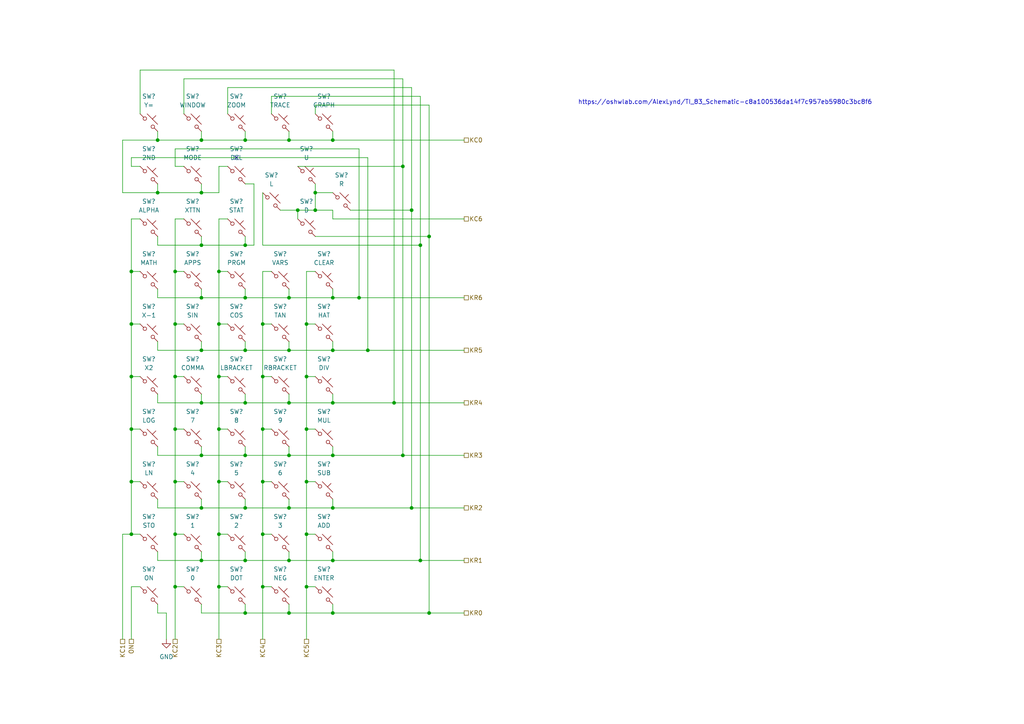
<source format=kicad_sch>
(kicad_sch (version 20211123) (generator eeschema)

  (uuid 81022529-8b4c-47e6-b6ad-d7d59d8e715f)

  (paper "A4")

  (lib_symbols
    (symbol "Switch:SW_Push_45deg" (pin_numbers hide) (pin_names (offset 1.016) hide) (in_bom yes) (on_board yes)
      (property "Reference" "SW" (id 0) (at 3.048 1.016 0)
        (effects (font (size 1.27 1.27)) (justify left))
      )
      (property "Value" "SW_Push_45deg" (id 1) (at 0 -3.81 0)
        (effects (font (size 1.27 1.27)))
      )
      (property "Footprint" "" (id 2) (at 0 0 0)
        (effects (font (size 1.27 1.27)) hide)
      )
      (property "Datasheet" "~" (id 3) (at 0 0 0)
        (effects (font (size 1.27 1.27)) hide)
      )
      (property "ki_keywords" "switch normally-open pushbutton push-button" (id 4) (at 0 0 0)
        (effects (font (size 1.27 1.27)) hide)
      )
      (property "ki_description" "Push button switch, normally open, two pins, 45° tilted" (id 5) (at 0 0 0)
        (effects (font (size 1.27 1.27)) hide)
      )
      (symbol "SW_Push_45deg_0_1"
        (circle (center -1.1684 1.1684) (radius 0.508)
          (stroke (width 0) (type default) (color 0 0 0 0))
          (fill (type none))
        )
        (polyline
          (pts
            (xy -0.508 2.54)
            (xy 2.54 -0.508)
          )
          (stroke (width 0) (type default) (color 0 0 0 0))
          (fill (type none))
        )
        (polyline
          (pts
            (xy 1.016 1.016)
            (xy 2.032 2.032)
          )
          (stroke (width 0) (type default) (color 0 0 0 0))
          (fill (type none))
        )
        (polyline
          (pts
            (xy -2.54 2.54)
            (xy -1.524 1.524)
            (xy -1.524 1.524)
          )
          (stroke (width 0) (type default) (color 0 0 0 0))
          (fill (type none))
        )
        (polyline
          (pts
            (xy 1.524 -1.524)
            (xy 2.54 -2.54)
            (xy 2.54 -2.54)
            (xy 2.54 -2.54)
          )
          (stroke (width 0) (type default) (color 0 0 0 0))
          (fill (type none))
        )
        (circle (center 1.143 -1.1938) (radius 0.508)
          (stroke (width 0) (type default) (color 0 0 0 0))
          (fill (type none))
        )
        (pin passive line (at -2.54 2.54 0) (length 0)
          (name "1" (effects (font (size 1.27 1.27))))
          (number "1" (effects (font (size 1.27 1.27))))
        )
        (pin passive line (at 2.54 -2.54 180) (length 0)
          (name "2" (effects (font (size 1.27 1.27))))
          (number "2" (effects (font (size 1.27 1.27))))
        )
      )
    )
    (symbol "power:GND" (power) (pin_names (offset 0)) (in_bom yes) (on_board yes)
      (property "Reference" "#PWR" (id 0) (at 0 -6.35 0)
        (effects (font (size 1.27 1.27)) hide)
      )
      (property "Value" "GND" (id 1) (at 0 -3.81 0)
        (effects (font (size 1.27 1.27)))
      )
      (property "Footprint" "" (id 2) (at 0 0 0)
        (effects (font (size 1.27 1.27)) hide)
      )
      (property "Datasheet" "" (id 3) (at 0 0 0)
        (effects (font (size 1.27 1.27)) hide)
      )
      (property "ki_keywords" "power-flag" (id 4) (at 0 0 0)
        (effects (font (size 1.27 1.27)) hide)
      )
      (property "ki_description" "Power symbol creates a global label with name \"GND\" , ground" (id 5) (at 0 0 0)
        (effects (font (size 1.27 1.27)) hide)
      )
      (symbol "GND_0_1"
        (polyline
          (pts
            (xy 0 0)
            (xy 0 -1.27)
            (xy 1.27 -1.27)
            (xy 0 -2.54)
            (xy -1.27 -1.27)
            (xy 0 -1.27)
          )
          (stroke (width 0) (type default) (color 0 0 0 0))
          (fill (type none))
        )
      )
      (symbol "GND_1_1"
        (pin power_in line (at 0 0 270) (length 0) hide
          (name "GND" (effects (font (size 1.27 1.27))))
          (number "1" (effects (font (size 1.27 1.27))))
        )
      )
    )
  )

  (junction (at 50.8 109.22) (diameter 0) (color 0 0 0 0)
    (uuid 01d44c1d-e276-4162-8146-69c5ea7b4673)
  )
  (junction (at 45.72 40.64) (diameter 0) (color 0 0 0 0)
    (uuid 09fc47c0-9fa8-463b-9ad5-2c0442302e12)
  )
  (junction (at 76.2 93.98) (diameter 0) (color 0 0 0 0)
    (uuid 0aa41020-cd4e-400a-ba74-9cc91cbe2754)
  )
  (junction (at 96.52 101.6) (diameter 0) (color 0 0 0 0)
    (uuid 0b072f7a-c9dc-4dac-a29e-cd15ebfb4c44)
  )
  (junction (at 63.5 139.7) (diameter 0) (color 0 0 0 0)
    (uuid 0c2a4de2-7bff-4a00-9cd0-013ea29d6e64)
  )
  (junction (at 124.46 177.8) (diameter 0) (color 0 0 0 0)
    (uuid 108d6210-6823-4730-8bac-a91d0ef744c9)
  )
  (junction (at 76.2 170.18) (diameter 0) (color 0 0 0 0)
    (uuid 10f54485-8c0c-460c-870d-c90dac28c28c)
  )
  (junction (at 83.82 40.64) (diameter 0) (color 0 0 0 0)
    (uuid 16524bd1-e7fd-4355-97e5-4cd03e586878)
  )
  (junction (at 76.2 124.46) (diameter 0) (color 0 0 0 0)
    (uuid 1789990c-73b2-4582-94b5-e10abaf38d9d)
  )
  (junction (at 38.1 78.74) (diameter 0) (color 0 0 0 0)
    (uuid 1cbe0ba4-f12d-4161-8375-496597e58a82)
  )
  (junction (at 116.84 132.08) (diameter 0) (color 0 0 0 0)
    (uuid 1ef22a3c-ba0b-42e6-b206-ccd7e0835fdb)
  )
  (junction (at 58.42 162.56) (diameter 0) (color 0 0 0 0)
    (uuid 1f3fce92-723e-4b36-81e7-33d0786e0d6c)
  )
  (junction (at 83.82 177.8) (diameter 0) (color 0 0 0 0)
    (uuid 227be80c-c9b1-497a-8b94-69c80ddf2107)
  )
  (junction (at 88.9 109.22) (diameter 0) (color 0 0 0 0)
    (uuid 2c4520f7-6d7d-4cef-8dc6-c25818256521)
  )
  (junction (at 76.2 154.94) (diameter 0) (color 0 0 0 0)
    (uuid 2c9a7844-86cb-4ac8-9da0-c764a8482dd1)
  )
  (junction (at 104.14 86.36) (diameter 0) (color 0 0 0 0)
    (uuid 2ca18a16-31f0-4fd5-acaf-41b8f78a868a)
  )
  (junction (at 96.52 177.8) (diameter 0) (color 0 0 0 0)
    (uuid 2faf1678-76e0-47c2-a5d0-76a630c79f10)
  )
  (junction (at 71.12 101.6) (diameter 0) (color 0 0 0 0)
    (uuid 33072420-c152-4303-85fb-50787baac088)
  )
  (junction (at 38.1 93.98) (diameter 0) (color 0 0 0 0)
    (uuid 3a7a6bce-b0f5-4269-a51f-bf99149ffc73)
  )
  (junction (at 63.5 154.94) (diameter 0) (color 0 0 0 0)
    (uuid 3d750ce4-ca4d-41bd-991a-47e1befb495b)
  )
  (junction (at 96.52 86.36) (diameter 0) (color 0 0 0 0)
    (uuid 3f35a155-8ae7-47dc-9165-9ae490adb4e8)
  )
  (junction (at 58.42 40.64) (diameter 0) (color 0 0 0 0)
    (uuid 3fce48b2-e098-4518-be53-aeeae76426b0)
  )
  (junction (at 91.44 60.96) (diameter 0) (color 0 0 0 0)
    (uuid 413b3d1f-23e0-4251-9857-4b80b024f018)
  )
  (junction (at 71.12 147.32) (diameter 0) (color 0 0 0 0)
    (uuid 4325f44c-bdca-42bc-b1c0-448931b0ddce)
  )
  (junction (at 119.38 147.32) (diameter 0) (color 0 0 0 0)
    (uuid 456a0c41-cd13-4a43-97d8-b993330627b3)
  )
  (junction (at 50.8 124.46) (diameter 0) (color 0 0 0 0)
    (uuid 45fbaf99-caf2-4a04-9a36-216b9e6daed4)
  )
  (junction (at 50.8 93.98) (diameter 0) (color 0 0 0 0)
    (uuid 484a410b-e3e2-4b90-9fb6-da638feb7300)
  )
  (junction (at 71.12 162.56) (diameter 0) (color 0 0 0 0)
    (uuid 4999caf1-9e30-44e1-bd83-e3f79ad8051e)
  )
  (junction (at 45.72 55.88) (diameter 0) (color 0 0 0 0)
    (uuid 4f73203f-0dcc-463a-9ed8-959a5639a2b5)
  )
  (junction (at 50.8 78.74) (diameter 0) (color 0 0 0 0)
    (uuid 60daeff0-1ad0-4964-abc2-d4ff0b1bca55)
  )
  (junction (at 71.12 177.8) (diameter 0) (color 0 0 0 0)
    (uuid 69bf6b46-097c-49fc-91a3-165e3cc7908d)
  )
  (junction (at 88.9 154.94) (diameter 0) (color 0 0 0 0)
    (uuid 6bb3974e-3b07-466d-844b-fc6abae9dab1)
  )
  (junction (at 63.5 109.22) (diameter 0) (color 0 0 0 0)
    (uuid 6bd066cd-ee9a-45d7-82e2-3cce1eb73ae5)
  )
  (junction (at 96.52 40.64) (diameter 0) (color 0 0 0 0)
    (uuid 6ec96b5c-d424-4f12-8ba2-945b882dc2d7)
  )
  (junction (at 96.52 132.08) (diameter 0) (color 0 0 0 0)
    (uuid 6f505390-0976-49f5-b98e-32b0f7387d0c)
  )
  (junction (at 88.9 139.7) (diameter 0) (color 0 0 0 0)
    (uuid 704082c2-0746-4237-b249-525c15e96c19)
  )
  (junction (at 121.92 162.56) (diameter 0) (color 0 0 0 0)
    (uuid 72d3c5a5-08cb-40bb-ab84-62e059e4a191)
  )
  (junction (at 83.82 147.32) (diameter 0) (color 0 0 0 0)
    (uuid 754ca6df-615b-4b99-8af6-309752182cea)
  )
  (junction (at 50.8 154.94) (diameter 0) (color 0 0 0 0)
    (uuid 76d55ed4-e3d4-4903-b385-28619445b2ba)
  )
  (junction (at 83.82 101.6) (diameter 0) (color 0 0 0 0)
    (uuid 7d037bbd-9ad2-4fa6-902a-1e57918764c5)
  )
  (junction (at 124.46 68.58) (diameter 0) (color 0 0 0 0)
    (uuid 7e28f46d-5243-499f-95f2-cec04e39d7a2)
  )
  (junction (at 91.44 55.88) (diameter 0) (color 0 0 0 0)
    (uuid 81b4f4ca-e8a8-45ce-b2a4-6d843d862b1e)
  )
  (junction (at 71.12 40.64) (diameter 0) (color 0 0 0 0)
    (uuid 82422784-5206-40a6-8efe-25a4d9d7d902)
  )
  (junction (at 63.5 78.74) (diameter 0) (color 0 0 0 0)
    (uuid 83aa2bd4-afe2-4c23-a8d3-62732fe2746e)
  )
  (junction (at 86.36 60.96) (diameter 0) (color 0 0 0 0)
    (uuid 8880246e-92eb-49de-804f-253a493cec6d)
  )
  (junction (at 58.42 71.12) (diameter 0) (color 0 0 0 0)
    (uuid 8a60b29e-860b-4932-b32c-deb490bad811)
  )
  (junction (at 96.52 147.32) (diameter 0) (color 0 0 0 0)
    (uuid 8a9eb7d5-9f60-4067-9005-a786c1cc62f4)
  )
  (junction (at 38.1 124.46) (diameter 0) (color 0 0 0 0)
    (uuid 8aa4462e-14ec-48f2-805e-65e6f8ec3352)
  )
  (junction (at 88.9 170.18) (diameter 0) (color 0 0 0 0)
    (uuid 9c703d48-8f83-4ba4-a8d8-7768b541275c)
  )
  (junction (at 63.5 170.18) (diameter 0) (color 0 0 0 0)
    (uuid 9c968ceb-7935-4844-a2d5-8312e89e6852)
  )
  (junction (at 96.52 116.84) (diameter 0) (color 0 0 0 0)
    (uuid a3d9a281-9847-41d2-a53f-21a23c882674)
  )
  (junction (at 96.52 162.56) (diameter 0) (color 0 0 0 0)
    (uuid a5decea0-d501-4368-bf30-ab5dd68baf1b)
  )
  (junction (at 76.2 139.7) (diameter 0) (color 0 0 0 0)
    (uuid a68f8cac-0bd5-46f2-8385-bd56f16370f8)
  )
  (junction (at 71.12 116.84) (diameter 0) (color 0 0 0 0)
    (uuid a75c6642-d21b-46fe-8bee-2e511241b3fd)
  )
  (junction (at 71.12 71.12) (diameter 0) (color 0 0 0 0)
    (uuid a7e26fba-d640-4bad-ab89-9cd64bd738a2)
  )
  (junction (at 76.2 109.22) (diameter 0) (color 0 0 0 0)
    (uuid a9d3f3a7-dbad-4e7a-8ab2-569a4c1f4d21)
  )
  (junction (at 38.1 109.22) (diameter 0) (color 0 0 0 0)
    (uuid aa3540a2-23b4-4d70-a973-7fcb50d388f7)
  )
  (junction (at 58.42 147.32) (diameter 0) (color 0 0 0 0)
    (uuid aed48ac3-2c1f-4522-a9d2-d9f241e628a4)
  )
  (junction (at 114.3 116.84) (diameter 0) (color 0 0 0 0)
    (uuid b21acf15-5374-4420-a46d-9b64b4aa62c9)
  )
  (junction (at 58.42 55.88) (diameter 0) (color 0 0 0 0)
    (uuid b34edab5-37cb-4c37-bfc9-88f9d4266bcf)
  )
  (junction (at 121.92 71.12) (diameter 0) (color 0 0 0 0)
    (uuid b5765519-ae4f-4a92-99b5-a49a8b3f2667)
  )
  (junction (at 119.38 60.96) (diameter 0) (color 0 0 0 0)
    (uuid b5819d9c-f473-4e88-a142-ee686a46bb18)
  )
  (junction (at 83.82 116.84) (diameter 0) (color 0 0 0 0)
    (uuid b592145f-1aa0-4e21-bef4-79e1b8da35d5)
  )
  (junction (at 88.9 93.98) (diameter 0) (color 0 0 0 0)
    (uuid b5d26eb2-bf8d-4c06-ab86-d0d897978061)
  )
  (junction (at 58.42 86.36) (diameter 0) (color 0 0 0 0)
    (uuid b7b9d4c2-5377-4061-8f5a-1575eefbedc4)
  )
  (junction (at 71.12 86.36) (diameter 0) (color 0 0 0 0)
    (uuid ba92c04d-5520-45c6-8bad-3a876f798edd)
  )
  (junction (at 38.1 154.94) (diameter 0) (color 0 0 0 0)
    (uuid bc031a79-6a54-4576-9f31-657595c59848)
  )
  (junction (at 88.9 124.46) (diameter 0) (color 0 0 0 0)
    (uuid c29137f6-d99d-41d8-bcb6-732769270b31)
  )
  (junction (at 83.82 162.56) (diameter 0) (color 0 0 0 0)
    (uuid c83df74e-18a5-45de-b722-0d296a5a6fc5)
  )
  (junction (at 50.8 170.18) (diameter 0) (color 0 0 0 0)
    (uuid d0620204-7fe2-4ef3-aa81-9ad21230d317)
  )
  (junction (at 106.68 101.6) (diameter 0) (color 0 0 0 0)
    (uuid d3c6b546-4a8a-4f46-bacf-861fed271b87)
  )
  (junction (at 63.5 124.46) (diameter 0) (color 0 0 0 0)
    (uuid d7bb47ec-5a00-4400-b2ac-087751c1d63b)
  )
  (junction (at 50.8 139.7) (diameter 0) (color 0 0 0 0)
    (uuid e4508cdf-1d6b-42e6-9264-1f7c91038162)
  )
  (junction (at 58.42 101.6) (diameter 0) (color 0 0 0 0)
    (uuid eec0f249-32dc-4552-8431-1d3d219cb00e)
  )
  (junction (at 71.12 132.08) (diameter 0) (color 0 0 0 0)
    (uuid f2ba8653-92fe-477e-b4e5-774245caa439)
  )
  (junction (at 58.42 116.84) (diameter 0) (color 0 0 0 0)
    (uuid f2d0e8ed-ef36-4d10-8616-cb7f825628c5)
  )
  (junction (at 63.5 93.98) (diameter 0) (color 0 0 0 0)
    (uuid f35feb7c-cf87-491d-90cd-ec9297ac9a49)
  )
  (junction (at 58.42 132.08) (diameter 0) (color 0 0 0 0)
    (uuid f447bbce-1356-4dc1-9e75-092c7ab66947)
  )
  (junction (at 38.1 139.7) (diameter 0) (color 0 0 0 0)
    (uuid f85752a2-65e7-4170-b05e-b8b88b7ff8a8)
  )
  (junction (at 116.84 48.26) (diameter 0) (color 0 0 0 0)
    (uuid f8789b00-f654-40ae-a827-c1942a7a957f)
  )
  (junction (at 83.82 86.36) (diameter 0) (color 0 0 0 0)
    (uuid fca185a7-d251-434a-9d2e-01b91b8157b8)
  )
  (junction (at 83.82 132.08) (diameter 0) (color 0 0 0 0)
    (uuid ff4d2960-c9de-4757-a329-400144dc84ed)
  )

  (no_connect (at 68.58 45.72) (uuid 90d5365d-43de-42da-8ace-c2ad88abc777))

  (wire (pts (xy 45.72 129.54) (xy 45.72 132.08))
    (stroke (width 0) (type default) (color 0 0 0 0))
    (uuid 01354a65-9223-4b22-8d95-9d11ebdf4d91)
  )
  (wire (pts (xy 124.46 177.8) (xy 134.62 177.8))
    (stroke (width 0) (type default) (color 0 0 0 0))
    (uuid 0266a785-7eec-410a-8c34-6e5967d0051b)
  )
  (wire (pts (xy 50.8 78.74) (xy 50.8 63.5))
    (stroke (width 0) (type default) (color 0 0 0 0))
    (uuid 02aace10-81d7-4ce3-b14f-d265808a8a96)
  )
  (wire (pts (xy 48.26 177.8) (xy 48.26 185.42))
    (stroke (width 0) (type default) (color 0 0 0 0))
    (uuid 044abea5-2364-4659-b9c0-a081501e0cd3)
  )
  (wire (pts (xy 45.72 101.6) (xy 58.42 101.6))
    (stroke (width 0) (type default) (color 0 0 0 0))
    (uuid 04f0422a-dea4-4633-98bf-6ac46d25be01)
  )
  (wire (pts (xy 104.14 43.18) (xy 104.14 86.36))
    (stroke (width 0) (type default) (color 0 0 0 0))
    (uuid 07de5141-a5c5-4a6b-8d8a-820aad4909e9)
  )
  (wire (pts (xy 119.38 60.96) (xy 119.38 147.32))
    (stroke (width 0) (type default) (color 0 0 0 0))
    (uuid 0865fcae-454b-4734-bf57-9be8c55abee2)
  )
  (wire (pts (xy 63.5 93.98) (xy 63.5 109.22))
    (stroke (width 0) (type default) (color 0 0 0 0))
    (uuid 09385f06-3830-436a-ac60-6860655ffef1)
  )
  (wire (pts (xy 38.1 48.26) (xy 38.1 45.72))
    (stroke (width 0) (type default) (color 0 0 0 0))
    (uuid 09945a37-51b0-4e0a-99de-61b9baf93c83)
  )
  (wire (pts (xy 50.8 170.18) (xy 50.8 185.42))
    (stroke (width 0) (type default) (color 0 0 0 0))
    (uuid 0a3bbdc8-10a8-456c-8407-98a35ca00c1d)
  )
  (wire (pts (xy 53.34 93.98) (xy 50.8 93.98))
    (stroke (width 0) (type default) (color 0 0 0 0))
    (uuid 0cce56af-d012-4eb5-bd64-5db60cbb9f49)
  )
  (wire (pts (xy 45.72 162.56) (xy 58.42 162.56))
    (stroke (width 0) (type default) (color 0 0 0 0))
    (uuid 0e6a05e9-5c89-4eca-b256-7f5088f18b8e)
  )
  (wire (pts (xy 40.64 109.22) (xy 38.1 109.22))
    (stroke (width 0) (type default) (color 0 0 0 0))
    (uuid 0e8b9b1c-c7e9-4e72-a988-8d9256b834d5)
  )
  (wire (pts (xy 45.72 53.34) (xy 45.72 55.88))
    (stroke (width 0) (type default) (color 0 0 0 0))
    (uuid 0ee834b0-3e3d-465f-93db-14b1d20a64d0)
  )
  (wire (pts (xy 96.52 38.1) (xy 96.52 40.64))
    (stroke (width 0) (type default) (color 0 0 0 0))
    (uuid 0f4bbcb0-f888-4ce3-a560-92de6852078e)
  )
  (wire (pts (xy 50.8 154.94) (xy 50.8 139.7))
    (stroke (width 0) (type default) (color 0 0 0 0))
    (uuid 1008ce89-3675-430f-94d7-cfaf60400ec5)
  )
  (wire (pts (xy 73.66 53.34) (xy 71.12 53.34))
    (stroke (width 0) (type default) (color 0 0 0 0))
    (uuid 11c0b5a1-ce85-4ae1-a9f3-cd9127929231)
  )
  (wire (pts (xy 45.72 114.3) (xy 45.72 116.84))
    (stroke (width 0) (type default) (color 0 0 0 0))
    (uuid 1293245b-6d16-43fa-a5b0-387d2c659d8b)
  )
  (wire (pts (xy 50.8 78.74) (xy 50.8 93.98))
    (stroke (width 0) (type default) (color 0 0 0 0))
    (uuid 1371d785-af81-49ac-b55e-78265ff064f0)
  )
  (wire (pts (xy 119.38 25.4) (xy 119.38 60.96))
    (stroke (width 0) (type default) (color 0 0 0 0))
    (uuid 14611f75-01c4-447d-9d0d-f308287a47d5)
  )
  (wire (pts (xy 40.64 124.46) (xy 38.1 124.46))
    (stroke (width 0) (type default) (color 0 0 0 0))
    (uuid 15ca4862-cba4-454e-bb24-71dca37ee8b3)
  )
  (wire (pts (xy 58.42 162.56) (xy 71.12 162.56))
    (stroke (width 0) (type default) (color 0 0 0 0))
    (uuid 15f2c04a-a9f8-4e68-b5b7-65d695f2499c)
  )
  (wire (pts (xy 76.2 154.94) (xy 78.74 154.94))
    (stroke (width 0) (type default) (color 0 0 0 0))
    (uuid 167c4682-73d5-4e2d-a51a-91cafdc7890c)
  )
  (wire (pts (xy 71.12 40.64) (xy 83.82 40.64))
    (stroke (width 0) (type default) (color 0 0 0 0))
    (uuid 16cef07b-b44a-4a66-a14c-163993f9d0cf)
  )
  (wire (pts (xy 63.5 154.94) (xy 66.04 154.94))
    (stroke (width 0) (type default) (color 0 0 0 0))
    (uuid 1860f0a7-1796-4f51-9bc3-eed199c8f49e)
  )
  (wire (pts (xy 106.68 101.6) (xy 134.62 101.6))
    (stroke (width 0) (type default) (color 0 0 0 0))
    (uuid 1a052c2c-870b-44ab-a292-6dfd767459aa)
  )
  (wire (pts (xy 96.52 116.84) (xy 114.3 116.84))
    (stroke (width 0) (type default) (color 0 0 0 0))
    (uuid 1a569211-a61d-448c-933d-1856134132c0)
  )
  (wire (pts (xy 83.82 175.26) (xy 83.82 177.8))
    (stroke (width 0) (type default) (color 0 0 0 0))
    (uuid 1a5e7e30-fa62-40ee-a254-1b142e504800)
  )
  (wire (pts (xy 76.2 124.46) (xy 78.74 124.46))
    (stroke (width 0) (type default) (color 0 0 0 0))
    (uuid 1a5ee812-0048-4deb-a2c4-f292ca55237b)
  )
  (wire (pts (xy 45.72 55.88) (xy 58.42 55.88))
    (stroke (width 0) (type default) (color 0 0 0 0))
    (uuid 1aaff491-e1d6-4575-85ab-07b3b21401ee)
  )
  (wire (pts (xy 121.92 71.12) (xy 121.92 162.56))
    (stroke (width 0) (type default) (color 0 0 0 0))
    (uuid 1ab511c5-f4ef-41fe-a0d5-1c05bb480e1f)
  )
  (wire (pts (xy 53.34 109.22) (xy 50.8 109.22))
    (stroke (width 0) (type default) (color 0 0 0 0))
    (uuid 1b36210f-bf7d-4984-b298-fa431df81a4c)
  )
  (wire (pts (xy 71.12 116.84) (xy 83.82 116.84))
    (stroke (width 0) (type default) (color 0 0 0 0))
    (uuid 1c0cb938-6aa7-4235-91e1-625cc4894c81)
  )
  (wire (pts (xy 83.82 114.3) (xy 83.82 116.84))
    (stroke (width 0) (type default) (color 0 0 0 0))
    (uuid 1c5c6e17-42d4-4375-96a3-bf16488e645f)
  )
  (wire (pts (xy 116.84 22.86) (xy 116.84 48.26))
    (stroke (width 0) (type default) (color 0 0 0 0))
    (uuid 1ce4ab42-d1c2-426e-819b-04bcf5d44ec2)
  )
  (wire (pts (xy 63.5 139.7) (xy 66.04 139.7))
    (stroke (width 0) (type default) (color 0 0 0 0))
    (uuid 1e8e8c3f-91b4-4072-8bfc-9ba6acf81f67)
  )
  (wire (pts (xy 71.12 99.06) (xy 71.12 101.6))
    (stroke (width 0) (type default) (color 0 0 0 0))
    (uuid 1f7f775c-d6d1-4332-a936-fd4baa078552)
  )
  (wire (pts (xy 58.42 160.02) (xy 58.42 162.56))
    (stroke (width 0) (type default) (color 0 0 0 0))
    (uuid 20c38caa-eade-4fe3-a14f-25132932fb41)
  )
  (wire (pts (xy 58.42 132.08) (xy 71.12 132.08))
    (stroke (width 0) (type default) (color 0 0 0 0))
    (uuid 21e2ffc9-37a6-4aa0-9bc0-b337ee59e321)
  )
  (wire (pts (xy 76.2 109.22) (xy 78.74 109.22))
    (stroke (width 0) (type default) (color 0 0 0 0))
    (uuid 22401ee8-426d-4702-92f9-388c5b825342)
  )
  (wire (pts (xy 38.1 78.74) (xy 38.1 93.98))
    (stroke (width 0) (type default) (color 0 0 0 0))
    (uuid 239d774e-7ecf-460c-9ba8-abb0b3a43fcb)
  )
  (wire (pts (xy 45.72 177.8) (xy 48.26 177.8))
    (stroke (width 0) (type default) (color 0 0 0 0))
    (uuid 26278b0c-6c86-4f42-813c-4367eb745ac5)
  )
  (wire (pts (xy 53.34 170.18) (xy 50.8 170.18))
    (stroke (width 0) (type default) (color 0 0 0 0))
    (uuid 267f4fc8-b917-4389-9970-5986a85784df)
  )
  (wire (pts (xy 88.9 109.22) (xy 88.9 124.46))
    (stroke (width 0) (type default) (color 0 0 0 0))
    (uuid 27806c34-9807-4715-8f29-3ad13c3ef391)
  )
  (wire (pts (xy 124.46 177.8) (xy 96.52 177.8))
    (stroke (width 0) (type default) (color 0 0 0 0))
    (uuid 27bd10fe-f642-476b-bb1c-076931111b6a)
  )
  (wire (pts (xy 76.2 139.7) (xy 78.74 139.7))
    (stroke (width 0) (type default) (color 0 0 0 0))
    (uuid 27fe6843-5643-469a-9cfc-1b04d2f773da)
  )
  (wire (pts (xy 116.84 48.26) (xy 116.84 132.08))
    (stroke (width 0) (type default) (color 0 0 0 0))
    (uuid 293de44e-f0ad-413a-820a-ae1d6767e283)
  )
  (wire (pts (xy 116.84 132.08) (xy 134.62 132.08))
    (stroke (width 0) (type default) (color 0 0 0 0))
    (uuid 295f3e48-84cd-43ef-9066-fc8dfbc26681)
  )
  (wire (pts (xy 71.12 175.26) (xy 71.12 177.8))
    (stroke (width 0) (type default) (color 0 0 0 0))
    (uuid 2984063d-7fda-46f1-91ef-4bc21344c9c3)
  )
  (wire (pts (xy 88.9 139.7) (xy 88.9 154.94))
    (stroke (width 0) (type default) (color 0 0 0 0))
    (uuid 2dd80e02-c1c6-4417-b105-aaecd15b6246)
  )
  (wire (pts (xy 106.68 45.72) (xy 106.68 101.6))
    (stroke (width 0) (type default) (color 0 0 0 0))
    (uuid 2e30fd21-8b24-41ce-bd2c-153ca8740a8e)
  )
  (wire (pts (xy 96.52 114.3) (xy 96.52 116.84))
    (stroke (width 0) (type default) (color 0 0 0 0))
    (uuid 30be766f-f431-42e1-a42f-e24572ee8959)
  )
  (wire (pts (xy 38.1 109.22) (xy 38.1 93.98))
    (stroke (width 0) (type default) (color 0 0 0 0))
    (uuid 35e87146-e0a0-4160-97db-73f40c46ff68)
  )
  (wire (pts (xy 124.46 68.58) (xy 124.46 177.8))
    (stroke (width 0) (type default) (color 0 0 0 0))
    (uuid 3668a9e8-9daa-4503-94d7-ffc9857e2722)
  )
  (wire (pts (xy 40.64 48.26) (xy 38.1 48.26))
    (stroke (width 0) (type default) (color 0 0 0 0))
    (uuid 36df052e-b734-430a-8cde-b2a29f72d5d9)
  )
  (wire (pts (xy 45.72 160.02) (xy 45.72 162.56))
    (stroke (width 0) (type default) (color 0 0 0 0))
    (uuid 384d7800-a53b-475d-b272-f664f44284ba)
  )
  (wire (pts (xy 71.12 114.3) (xy 71.12 116.84))
    (stroke (width 0) (type default) (color 0 0 0 0))
    (uuid 3bbc2870-685c-4fa6-8856-17448949157d)
  )
  (wire (pts (xy 71.12 83.82) (xy 71.12 86.36))
    (stroke (width 0) (type default) (color 0 0 0 0))
    (uuid 3c26f865-5ba6-4e47-8d84-126312c28b84)
  )
  (wire (pts (xy 35.56 55.88) (xy 35.56 40.64))
    (stroke (width 0) (type default) (color 0 0 0 0))
    (uuid 3d242f56-7fac-4f42-9657-bc12b704f71b)
  )
  (wire (pts (xy 91.44 68.58) (xy 124.46 68.58))
    (stroke (width 0) (type default) (color 0 0 0 0))
    (uuid 3d842097-e3f4-4a0d-a48a-151797fc95a0)
  )
  (wire (pts (xy 63.5 78.74) (xy 66.04 78.74))
    (stroke (width 0) (type default) (color 0 0 0 0))
    (uuid 3eb12014-fe2e-4415-8e8b-2178ba585ee4)
  )
  (wire (pts (xy 45.72 99.06) (xy 45.72 101.6))
    (stroke (width 0) (type default) (color 0 0 0 0))
    (uuid 43e2bf75-cd8a-4a6a-82eb-5d13a30b98f6)
  )
  (wire (pts (xy 83.82 132.08) (xy 96.52 132.08))
    (stroke (width 0) (type default) (color 0 0 0 0))
    (uuid 44242f1b-2548-4667-aee9-2ee5b8573b0c)
  )
  (wire (pts (xy 63.5 124.46) (xy 63.5 139.7))
    (stroke (width 0) (type default) (color 0 0 0 0))
    (uuid 448036cb-a5a7-45d3-b9c3-7eea185cf828)
  )
  (wire (pts (xy 83.82 101.6) (xy 96.52 101.6))
    (stroke (width 0) (type default) (color 0 0 0 0))
    (uuid 453894a2-45e8-4239-840b-78438308009e)
  )
  (wire (pts (xy 71.12 160.02) (xy 71.12 162.56))
    (stroke (width 0) (type default) (color 0 0 0 0))
    (uuid 478212ce-8b7e-47fd-a215-9cc83d3bd0e6)
  )
  (wire (pts (xy 35.56 154.94) (xy 35.56 185.42))
    (stroke (width 0) (type default) (color 0 0 0 0))
    (uuid 47b74333-de95-49e4-9fa0-6bb5302f9d82)
  )
  (wire (pts (xy 45.72 83.82) (xy 45.72 86.36))
    (stroke (width 0) (type default) (color 0 0 0 0))
    (uuid 47ec1c1f-1bdc-4894-baf0-5f63eabb6a67)
  )
  (wire (pts (xy 88.9 124.46) (xy 88.9 139.7))
    (stroke (width 0) (type default) (color 0 0 0 0))
    (uuid 492afe89-0758-4849-8f5f-8e6f9b1efa2b)
  )
  (wire (pts (xy 96.52 101.6) (xy 106.68 101.6))
    (stroke (width 0) (type default) (color 0 0 0 0))
    (uuid 4a24b8ea-a1a9-44d1-a62a-9eedd9cda1f0)
  )
  (wire (pts (xy 88.9 170.18) (xy 88.9 185.42))
    (stroke (width 0) (type default) (color 0 0 0 0))
    (uuid 4c8bb0b9-76ba-44d5-bd2d-10f534c50c3d)
  )
  (wire (pts (xy 78.74 78.74) (xy 76.2 78.74))
    (stroke (width 0) (type default) (color 0 0 0 0))
    (uuid 51c4396a-1deb-41c1-9f28-3a31406db9c9)
  )
  (wire (pts (xy 76.2 109.22) (xy 76.2 124.46))
    (stroke (width 0) (type default) (color 0 0 0 0))
    (uuid 5309c518-f932-4f69-9203-ef3a7a1b22f5)
  )
  (wire (pts (xy 45.72 147.32) (xy 58.42 147.32))
    (stroke (width 0) (type default) (color 0 0 0 0))
    (uuid 54043a15-83c8-4505-9dac-45db39bc7c30)
  )
  (wire (pts (xy 88.9 139.7) (xy 91.44 139.7))
    (stroke (width 0) (type default) (color 0 0 0 0))
    (uuid 5446e7e8-942d-4d2b-9afa-e686d9595843)
  )
  (wire (pts (xy 88.9 124.46) (xy 91.44 124.46))
    (stroke (width 0) (type default) (color 0 0 0 0))
    (uuid 5558a4a0-7233-409d-8e95-4af07990e55c)
  )
  (wire (pts (xy 119.38 147.32) (xy 134.62 147.32))
    (stroke (width 0) (type default) (color 0 0 0 0))
    (uuid 5593fe3a-54a2-4c9e-8336-8d0e5478662e)
  )
  (wire (pts (xy 38.1 45.72) (xy 106.68 45.72))
    (stroke (width 0) (type default) (color 0 0 0 0))
    (uuid 5725e269-d6d1-43f8-aac8-03f53f4d69b1)
  )
  (wire (pts (xy 91.44 55.88) (xy 96.52 55.88))
    (stroke (width 0) (type default) (color 0 0 0 0))
    (uuid 581f56a3-d9b8-43c8-85ac-d1c8eeb07c02)
  )
  (wire (pts (xy 88.9 170.18) (xy 91.44 170.18))
    (stroke (width 0) (type default) (color 0 0 0 0))
    (uuid 590ed8d1-9d55-4913-a47a-8f6ea9f8719e)
  )
  (wire (pts (xy 58.42 129.54) (xy 58.42 132.08))
    (stroke (width 0) (type default) (color 0 0 0 0))
    (uuid 5ab0ebb0-4757-4cf9-947d-f6a9e61a92a8)
  )
  (wire (pts (xy 91.44 55.88) (xy 91.44 53.34))
    (stroke (width 0) (type default) (color 0 0 0 0))
    (uuid 5ac1b2d8-5c78-4219-835e-7aed3e78eb98)
  )
  (wire (pts (xy 58.42 177.8) (xy 71.12 177.8))
    (stroke (width 0) (type default) (color 0 0 0 0))
    (uuid 5afaad51-714d-446a-89fd-375ec3b4e7ef)
  )
  (wire (pts (xy 40.64 33.02) (xy 40.64 20.32))
    (stroke (width 0) (type default) (color 0 0 0 0))
    (uuid 5bbb5827-6cce-405a-ab48-a8e8d2aea6d3)
  )
  (wire (pts (xy 66.04 48.26) (xy 63.5 48.26))
    (stroke (width 0) (type default) (color 0 0 0 0))
    (uuid 5bea7623-5b70-40ef-89d3-41ad798c568e)
  )
  (wire (pts (xy 40.64 154.94) (xy 38.1 154.94))
    (stroke (width 0) (type default) (color 0 0 0 0))
    (uuid 5cb987f3-8f97-492b-9e48-c094a24c05a4)
  )
  (wire (pts (xy 38.1 170.18) (xy 40.64 170.18))
    (stroke (width 0) (type default) (color 0 0 0 0))
    (uuid 5d59ea9f-b438-4a00-beb8-87920230ed28)
  )
  (wire (pts (xy 63.5 124.46) (xy 66.04 124.46))
    (stroke (width 0) (type default) (color 0 0 0 0))
    (uuid 5ee3ba6d-4e87-45db-bdea-6110f460a915)
  )
  (wire (pts (xy 96.52 40.64) (xy 134.62 40.64))
    (stroke (width 0) (type default) (color 0 0 0 0))
    (uuid 60b72631-3c41-4e0b-a9a9-2289db0468d7)
  )
  (wire (pts (xy 83.82 160.02) (xy 83.82 162.56))
    (stroke (width 0) (type default) (color 0 0 0 0))
    (uuid 62da8db1-457e-4201-b979-7d2d39180194)
  )
  (wire (pts (xy 63.5 109.22) (xy 63.5 124.46))
    (stroke (width 0) (type default) (color 0 0 0 0))
    (uuid 64a536d5-8c76-4032-b859-e1da5e6600cc)
  )
  (wire (pts (xy 45.72 38.1) (xy 45.72 40.64))
    (stroke (width 0) (type default) (color 0 0 0 0))
    (uuid 65faa9bd-da08-4323-9801-dcb5467a5393)
  )
  (wire (pts (xy 53.34 78.74) (xy 50.8 78.74))
    (stroke (width 0) (type default) (color 0 0 0 0))
    (uuid 663579f0-a7f2-4745-93aa-1848e7527cc0)
  )
  (wire (pts (xy 53.34 33.02) (xy 53.34 22.86))
    (stroke (width 0) (type default) (color 0 0 0 0))
    (uuid 679542df-5c1c-4253-b26b-c088e5b444d6)
  )
  (wire (pts (xy 58.42 40.64) (xy 71.12 40.64))
    (stroke (width 0) (type default) (color 0 0 0 0))
    (uuid 67dd5d4d-581d-47d8-8618-adbd5fca8670)
  )
  (wire (pts (xy 71.12 38.1) (xy 71.12 40.64))
    (stroke (width 0) (type default) (color 0 0 0 0))
    (uuid 6a29263b-2754-4271-a749-1e6ba9919cd6)
  )
  (wire (pts (xy 45.72 55.88) (xy 35.56 55.88))
    (stroke (width 0) (type default) (color 0 0 0 0))
    (uuid 6a6c0af7-1b6d-44ca-a25e-1da5b4519722)
  )
  (wire (pts (xy 76.2 170.18) (xy 78.74 170.18))
    (stroke (width 0) (type default) (color 0 0 0 0))
    (uuid 6b2ce359-f509-4b51-be8a-bca5600159a8)
  )
  (wire (pts (xy 58.42 86.36) (xy 71.12 86.36))
    (stroke (width 0) (type default) (color 0 0 0 0))
    (uuid 6c5c742d-e343-4cd6-b742-7b1aa73bd64a)
  )
  (wire (pts (xy 50.8 139.7) (xy 50.8 124.46))
    (stroke (width 0) (type default) (color 0 0 0 0))
    (uuid 6e093276-c369-40b5-b857-a27043e7f41b)
  )
  (wire (pts (xy 91.44 60.96) (xy 96.52 60.96))
    (stroke (width 0) (type default) (color 0 0 0 0))
    (uuid 6fdd36e4-5929-4284-99f5-9e0f55f2b63a)
  )
  (wire (pts (xy 45.72 132.08) (xy 58.42 132.08))
    (stroke (width 0) (type default) (color 0 0 0 0))
    (uuid 7183d2e2-cc41-4573-adb0-7eece3b6898a)
  )
  (wire (pts (xy 96.52 83.82) (xy 96.52 86.36))
    (stroke (width 0) (type default) (color 0 0 0 0))
    (uuid 7249a70d-8135-4246-a303-3564776ca992)
  )
  (wire (pts (xy 45.72 175.26) (xy 45.72 177.8))
    (stroke (width 0) (type default) (color 0 0 0 0))
    (uuid 7378c399-d73c-45ac-b56b-572e515d94a7)
  )
  (wire (pts (xy 38.1 78.74) (xy 38.1 63.5))
    (stroke (width 0) (type default) (color 0 0 0 0))
    (uuid 74438dd2-552c-4709-a86e-9d081413d68a)
  )
  (wire (pts (xy 50.8 124.46) (xy 50.8 109.22))
    (stroke (width 0) (type default) (color 0 0 0 0))
    (uuid 74d03422-8176-4992-ab8d-b236c6b7e9df)
  )
  (wire (pts (xy 45.72 86.36) (xy 58.42 86.36))
    (stroke (width 0) (type default) (color 0 0 0 0))
    (uuid 74f57112-4699-4e7f-a1f9-bec4c1be4961)
  )
  (wire (pts (xy 96.52 132.08) (xy 116.84 132.08))
    (stroke (width 0) (type default) (color 0 0 0 0))
    (uuid 74fad75e-b28a-4f77-bfc6-79eca7b40199)
  )
  (wire (pts (xy 101.6 60.96) (xy 119.38 60.96))
    (stroke (width 0) (type default) (color 0 0 0 0))
    (uuid 7628bcea-888a-4794-b694-f43ec0984132)
  )
  (wire (pts (xy 76.2 93.98) (xy 76.2 109.22))
    (stroke (width 0) (type default) (color 0 0 0 0))
    (uuid 77b2b2a3-1b79-4c55-9586-442049f1dd0b)
  )
  (wire (pts (xy 63.5 55.88) (xy 58.42 55.88))
    (stroke (width 0) (type default) (color 0 0 0 0))
    (uuid 781d2167-f6dc-4af6-a0c6-f9edfbdd24d0)
  )
  (wire (pts (xy 121.92 27.94) (xy 121.92 71.12))
    (stroke (width 0) (type default) (color 0 0 0 0))
    (uuid 790a28c1-eaea-44cf-8344-d2a35c485435)
  )
  (wire (pts (xy 38.1 170.18) (xy 38.1 185.42))
    (stroke (width 0) (type default) (color 0 0 0 0))
    (uuid 790eb075-d40a-4aa3-9d25-3915f3220a91)
  )
  (wire (pts (xy 86.36 48.26) (xy 116.84 48.26))
    (stroke (width 0) (type default) (color 0 0 0 0))
    (uuid 7c29208f-624c-468a-9244-62cb29042ec0)
  )
  (wire (pts (xy 96.52 160.02) (xy 96.52 162.56))
    (stroke (width 0) (type default) (color 0 0 0 0))
    (uuid 7cbb3812-1cf4-43fd-936c-8a2a47bb65e6)
  )
  (wire (pts (xy 58.42 99.06) (xy 58.42 101.6))
    (stroke (width 0) (type default) (color 0 0 0 0))
    (uuid 80697313-cac7-42e0-a1a8-ff171f946a30)
  )
  (wire (pts (xy 81.28 60.96) (xy 86.36 60.96))
    (stroke (width 0) (type default) (color 0 0 0 0))
    (uuid 8125c7e8-0d77-4b1b-b7a2-79a92c17fb62)
  )
  (wire (pts (xy 45.72 144.78) (xy 45.72 147.32))
    (stroke (width 0) (type default) (color 0 0 0 0))
    (uuid 84210873-b549-4455-a4dc-6e769010298d)
  )
  (wire (pts (xy 121.92 162.56) (xy 134.62 162.56))
    (stroke (width 0) (type default) (color 0 0 0 0))
    (uuid 8554e426-6139-4558-a5d8-868d4ff2ff1c)
  )
  (wire (pts (xy 63.5 48.26) (xy 63.5 55.88))
    (stroke (width 0) (type default) (color 0 0 0 0))
    (uuid 874e9f5b-5de4-40e2-91af-f8748c2bd448)
  )
  (wire (pts (xy 83.82 38.1) (xy 83.82 40.64))
    (stroke (width 0) (type default) (color 0 0 0 0))
    (uuid 898b96d0-8c62-4cc8-a3b2-6360f46aaee7)
  )
  (wire (pts (xy 35.56 40.64) (xy 45.72 40.64))
    (stroke (width 0) (type default) (color 0 0 0 0))
    (uuid 89fd0a1d-d40a-4990-a26d-c6b4dfdeb205)
  )
  (wire (pts (xy 63.5 154.94) (xy 63.5 170.18))
    (stroke (width 0) (type default) (color 0 0 0 0))
    (uuid 8b44f93b-b2ed-4aa9-96cf-8a062bbbbafb)
  )
  (wire (pts (xy 88.9 154.94) (xy 91.44 154.94))
    (stroke (width 0) (type default) (color 0 0 0 0))
    (uuid 8ccbca92-3049-4f6e-9a8a-f7bbb6225839)
  )
  (wire (pts (xy 76.2 170.18) (xy 76.2 185.42))
    (stroke (width 0) (type default) (color 0 0 0 0))
    (uuid 8d0aa950-c1ba-47e6-bf08-3eb3e74d1767)
  )
  (wire (pts (xy 50.8 63.5) (xy 53.34 63.5))
    (stroke (width 0) (type default) (color 0 0 0 0))
    (uuid 8e7a94a7-ef53-4a90-a0e6-b614226c7d9a)
  )
  (wire (pts (xy 78.74 27.94) (xy 121.92 27.94))
    (stroke (width 0) (type default) (color 0 0 0 0))
    (uuid 8fa7bbcd-7722-4451-a82c-9b9aa8ac45c8)
  )
  (wire (pts (xy 71.12 129.54) (xy 71.12 132.08))
    (stroke (width 0) (type default) (color 0 0 0 0))
    (uuid 8fdd58d4-3d35-441f-a1ad-04be260dbc46)
  )
  (wire (pts (xy 50.8 43.18) (xy 104.14 43.18))
    (stroke (width 0) (type default) (color 0 0 0 0))
    (uuid 901f0653-53fe-429b-ad1b-6ea983412247)
  )
  (wire (pts (xy 76.2 154.94) (xy 76.2 170.18))
    (stroke (width 0) (type default) (color 0 0 0 0))
    (uuid 9149c4ea-bf6a-4534-80f3-cee30784bb8c)
  )
  (wire (pts (xy 96.52 129.54) (xy 96.52 132.08))
    (stroke (width 0) (type default) (color 0 0 0 0))
    (uuid 91685eaa-096e-41eb-98e9-9a77ed146ef7)
  )
  (wire (pts (xy 40.64 93.98) (xy 38.1 93.98))
    (stroke (width 0) (type default) (color 0 0 0 0))
    (uuid 9321aa3c-1532-418c-8a31-85fe85a8f77d)
  )
  (wire (pts (xy 71.12 147.32) (xy 83.82 147.32))
    (stroke (width 0) (type default) (color 0 0 0 0))
    (uuid 97709eb6-3eec-4369-8e2e-2c75a38540fd)
  )
  (wire (pts (xy 96.52 144.78) (xy 96.52 147.32))
    (stroke (width 0) (type default) (color 0 0 0 0))
    (uuid 97fa911e-47ef-4498-8cb7-6bec46f609df)
  )
  (wire (pts (xy 83.82 177.8) (xy 96.52 177.8))
    (stroke (width 0) (type default) (color 0 0 0 0))
    (uuid 9802f076-f1f6-476c-887a-890c7d63ba3a)
  )
  (wire (pts (xy 124.46 30.48) (xy 124.46 68.58))
    (stroke (width 0) (type default) (color 0 0 0 0))
    (uuid 99101507-e21a-4789-8c62-cea5fc836a9c)
  )
  (wire (pts (xy 53.34 22.86) (xy 116.84 22.86))
    (stroke (width 0) (type default) (color 0 0 0 0))
    (uuid 9c81a1bc-b6ac-4929-8750-88e2dd1fbd89)
  )
  (wire (pts (xy 96.52 162.56) (xy 121.92 162.56))
    (stroke (width 0) (type default) (color 0 0 0 0))
    (uuid 9c960f79-ec4c-46d0-b05c-a4d7ebf967a3)
  )
  (wire (pts (xy 96.52 99.06) (xy 96.52 101.6))
    (stroke (width 0) (type default) (color 0 0 0 0))
    (uuid 9dd56f43-1538-4865-832e-7a472dff1df9)
  )
  (wire (pts (xy 114.3 116.84) (xy 134.62 116.84))
    (stroke (width 0) (type default) (color 0 0 0 0))
    (uuid 9e64d809-49ff-4888-bd60-adcb14d573b9)
  )
  (wire (pts (xy 86.36 60.96) (xy 91.44 60.96))
    (stroke (width 0) (type default) (color 0 0 0 0))
    (uuid 9ee11b5b-f0c5-4aca-80d7-9490af71a67f)
  )
  (wire (pts (xy 58.42 147.32) (xy 71.12 147.32))
    (stroke (width 0) (type default) (color 0 0 0 0))
    (uuid 9f02830c-7ce3-4067-b981-b36c6f62e286)
  )
  (wire (pts (xy 66.04 25.4) (xy 119.38 25.4))
    (stroke (width 0) (type default) (color 0 0 0 0))
    (uuid 9f762732-6c01-45c7-823b-4b791ce6f7d5)
  )
  (wire (pts (xy 50.8 109.22) (xy 50.8 93.98))
    (stroke (width 0) (type default) (color 0 0 0 0))
    (uuid a0dc7b9c-c37d-44a5-9226-74d941b7eede)
  )
  (wire (pts (xy 58.42 114.3) (xy 58.42 116.84))
    (stroke (width 0) (type default) (color 0 0 0 0))
    (uuid a135c4ec-c426-43dd-8f77-1a1fb59a1f8f)
  )
  (wire (pts (xy 71.12 177.8) (xy 83.82 177.8))
    (stroke (width 0) (type default) (color 0 0 0 0))
    (uuid a19244a4-65fc-4114-9ffa-f76b659789cb)
  )
  (wire (pts (xy 96.52 63.5) (xy 134.62 63.5))
    (stroke (width 0) (type default) (color 0 0 0 0))
    (uuid a23366d5-ef76-4ec6-871b-09ada29c8cfa)
  )
  (wire (pts (xy 45.72 71.12) (xy 58.42 71.12))
    (stroke (width 0) (type default) (color 0 0 0 0))
    (uuid a4eb5305-7c04-4da5-911b-05c1020f4988)
  )
  (wire (pts (xy 73.66 71.12) (xy 73.66 53.34))
    (stroke (width 0) (type default) (color 0 0 0 0))
    (uuid a501dc88-d71e-4692-96b1-e8f985ed6ef7)
  )
  (wire (pts (xy 83.82 162.56) (xy 96.52 162.56))
    (stroke (width 0) (type default) (color 0 0 0 0))
    (uuid a55c5fa4-1532-4b3f-94fd-8bd96aeb7443)
  )
  (wire (pts (xy 38.1 63.5) (xy 40.64 63.5))
    (stroke (width 0) (type default) (color 0 0 0 0))
    (uuid a57fa811-b46a-4b9f-875a-b7914a43d0b0)
  )
  (wire (pts (xy 91.44 78.74) (xy 88.9 78.74))
    (stroke (width 0) (type default) (color 0 0 0 0))
    (uuid a5b5c7db-ab5c-4392-980f-3ff0af459faf)
  )
  (wire (pts (xy 83.82 40.64) (xy 96.52 40.64))
    (stroke (width 0) (type default) (color 0 0 0 0))
    (uuid a7834e76-7f70-444a-b498-81d3c2626940)
  )
  (wire (pts (xy 35.56 154.94) (xy 38.1 154.94))
    (stroke (width 0) (type default) (color 0 0 0 0))
    (uuid a83ce1e8-208c-44fe-8512-7a190961fd6b)
  )
  (wire (pts (xy 63.5 170.18) (xy 63.5 185.42))
    (stroke (width 0) (type default) (color 0 0 0 0))
    (uuid a9fff593-4fd7-4764-983f-42d6929f75a8)
  )
  (wire (pts (xy 76.2 78.74) (xy 76.2 93.98))
    (stroke (width 0) (type default) (color 0 0 0 0))
    (uuid aa92b9ac-de93-4e4d-83f6-2543745a772b)
  )
  (wire (pts (xy 53.34 154.94) (xy 50.8 154.94))
    (stroke (width 0) (type default) (color 0 0 0 0))
    (uuid ad530a52-770f-4e88-85ed-cb8c29712e87)
  )
  (wire (pts (xy 83.82 144.78) (xy 83.82 147.32))
    (stroke (width 0) (type default) (color 0 0 0 0))
    (uuid ad835141-964d-4b73-94af-64862e35d046)
  )
  (wire (pts (xy 38.1 139.7) (xy 38.1 154.94))
    (stroke (width 0) (type default) (color 0 0 0 0))
    (uuid ae1fabcc-0bc9-41c0-8958-64b4255cb290)
  )
  (wire (pts (xy 40.64 78.74) (xy 38.1 78.74))
    (stroke (width 0) (type default) (color 0 0 0 0))
    (uuid aea42a6c-8f40-4cb1-bf21-5e8dc4ea8e3e)
  )
  (wire (pts (xy 71.12 68.58) (xy 71.12 71.12))
    (stroke (width 0) (type default) (color 0 0 0 0))
    (uuid b0e3e11b-745c-40e0-a38f-b545b22d8262)
  )
  (wire (pts (xy 58.42 101.6) (xy 71.12 101.6))
    (stroke (width 0) (type default) (color 0 0 0 0))
    (uuid b11a9f3a-1543-43f3-99bf-592b28215935)
  )
  (wire (pts (xy 83.82 99.06) (xy 83.82 101.6))
    (stroke (width 0) (type default) (color 0 0 0 0))
    (uuid b12a92a7-0d2f-4d2c-bff3-3221d58264ec)
  )
  (wire (pts (xy 88.9 78.74) (xy 88.9 93.98))
    (stroke (width 0) (type default) (color 0 0 0 0))
    (uuid b423a5a8-76b2-4122-826c-93422632eeee)
  )
  (wire (pts (xy 104.14 86.36) (xy 134.62 86.36))
    (stroke (width 0) (type default) (color 0 0 0 0))
    (uuid b4311955-c072-44bf-99db-4e190491ceb4)
  )
  (wire (pts (xy 58.42 53.34) (xy 58.42 55.88))
    (stroke (width 0) (type default) (color 0 0 0 0))
    (uuid b59d3eee-062b-4d5f-b50a-3f5b9c294f1e)
  )
  (wire (pts (xy 83.82 147.32) (xy 96.52 147.32))
    (stroke (width 0) (type default) (color 0 0 0 0))
    (uuid b5af331b-cf76-42b7-b903-6ed3a4c22c0d)
  )
  (wire (pts (xy 53.34 124.46) (xy 50.8 124.46))
    (stroke (width 0) (type default) (color 0 0 0 0))
    (uuid b6f6bebf-4c41-49b7-9250-8c65d7431e9b)
  )
  (wire (pts (xy 63.5 109.22) (xy 66.04 109.22))
    (stroke (width 0) (type default) (color 0 0 0 0))
    (uuid b8b5f189-bd2c-49ee-85ce-754d4abbf642)
  )
  (wire (pts (xy 76.2 139.7) (xy 76.2 154.94))
    (stroke (width 0) (type default) (color 0 0 0 0))
    (uuid ba918ae2-319f-478b-ade2-4b48dee474b7)
  )
  (wire (pts (xy 71.12 162.56) (xy 83.82 162.56))
    (stroke (width 0) (type default) (color 0 0 0 0))
    (uuid baabf1e7-b583-46b6-8d3b-0fd16f17c5ec)
  )
  (wire (pts (xy 88.9 154.94) (xy 88.9 170.18))
    (stroke (width 0) (type default) (color 0 0 0 0))
    (uuid c05d2d1d-8bbb-4a90-bdd0-02209cd3ccf7)
  )
  (wire (pts (xy 38.1 124.46) (xy 38.1 139.7))
    (stroke (width 0) (type default) (color 0 0 0 0))
    (uuid c1ae6897-3346-47c6-bb57-b2f4b08f6086)
  )
  (wire (pts (xy 83.82 83.82) (xy 83.82 86.36))
    (stroke (width 0) (type default) (color 0 0 0 0))
    (uuid c22ea593-38ed-4370-8fcb-e4b44dcfe965)
  )
  (wire (pts (xy 76.2 93.98) (xy 78.74 93.98))
    (stroke (width 0) (type default) (color 0 0 0 0))
    (uuid c2660e72-430d-4eb6-98e6-d494acfea1d8)
  )
  (wire (pts (xy 63.5 93.98) (xy 66.04 93.98))
    (stroke (width 0) (type default) (color 0 0 0 0))
    (uuid c4201fe6-3335-43fc-80b6-0a30729b5051)
  )
  (wire (pts (xy 53.34 48.26) (xy 50.8 48.26))
    (stroke (width 0) (type default) (color 0 0 0 0))
    (uuid c5a02a87-e568-40fa-8923-3da8c7a42ee4)
  )
  (wire (pts (xy 91.44 30.48) (xy 124.46 30.48))
    (stroke (width 0) (type default) (color 0 0 0 0))
    (uuid c61b5b82-63f7-41e0-b79f-f272c91d522d)
  )
  (wire (pts (xy 83.82 86.36) (xy 96.52 86.36))
    (stroke (width 0) (type default) (color 0 0 0 0))
    (uuid c72de42b-518b-4c3a-959c-701c0a0d2c40)
  )
  (wire (pts (xy 40.64 139.7) (xy 38.1 139.7))
    (stroke (width 0) (type default) (color 0 0 0 0))
    (uuid c965df41-5af6-4f21-aece-48080bf45147)
  )
  (wire (pts (xy 96.52 86.36) (xy 104.14 86.36))
    (stroke (width 0) (type default) (color 0 0 0 0))
    (uuid cadf3988-95a3-45e6-8272-3fb1e3e4e59b)
  )
  (wire (pts (xy 58.42 68.58) (xy 58.42 71.12))
    (stroke (width 0) (type default) (color 0 0 0 0))
    (uuid caf31410-53bf-4cb6-91e7-7c99221a1bbf)
  )
  (wire (pts (xy 53.34 139.7) (xy 50.8 139.7))
    (stroke (width 0) (type default) (color 0 0 0 0))
    (uuid cb9b5b8a-1f13-4637-937b-a1ef6f3fab91)
  )
  (wire (pts (xy 83.82 129.54) (xy 83.82 132.08))
    (stroke (width 0) (type default) (color 0 0 0 0))
    (uuid cd02eae6-acaf-446f-a796-d7dca3831175)
  )
  (wire (pts (xy 96.52 147.32) (xy 119.38 147.32))
    (stroke (width 0) (type default) (color 0 0 0 0))
    (uuid cd55eb17-f072-440c-8a31-bf7542b37abe)
  )
  (wire (pts (xy 96.52 177.8) (xy 96.52 175.26))
    (stroke (width 0) (type default) (color 0 0 0 0))
    (uuid cda81d8a-5f02-4115-affe-1e582755ccef)
  )
  (wire (pts (xy 66.04 33.02) (xy 66.04 25.4))
    (stroke (width 0) (type default) (color 0 0 0 0))
    (uuid ce0f434f-a596-4558-be8d-6940de26826c)
  )
  (wire (pts (xy 86.36 60.96) (xy 86.36 63.5))
    (stroke (width 0) (type default) (color 0 0 0 0))
    (uuid d0071b2e-f5ef-4109-848c-14dcfcd3b838)
  )
  (wire (pts (xy 50.8 170.18) (xy 50.8 154.94))
    (stroke (width 0) (type default) (color 0 0 0 0))
    (uuid d13de708-9b8f-42c8-91f9-6a7166321f0f)
  )
  (wire (pts (xy 58.42 144.78) (xy 58.42 147.32))
    (stroke (width 0) (type default) (color 0 0 0 0))
    (uuid d19b9b4a-5759-4f4e-a385-a130bacf0680)
  )
  (wire (pts (xy 88.9 109.22) (xy 91.44 109.22))
    (stroke (width 0) (type default) (color 0 0 0 0))
    (uuid d2a1f43a-94fe-4383-b458-8e565dcaf58a)
  )
  (wire (pts (xy 83.82 116.84) (xy 96.52 116.84))
    (stroke (width 0) (type default) (color 0 0 0 0))
    (uuid d4744fb9-8370-4f34-a05c-6fc2a2320f11)
  )
  (wire (pts (xy 40.64 20.32) (xy 114.3 20.32))
    (stroke (width 0) (type default) (color 0 0 0 0))
    (uuid d485f977-5dca-462e-855a-c4d1e6b02431)
  )
  (wire (pts (xy 71.12 132.08) (xy 83.82 132.08))
    (stroke (width 0) (type default) (color 0 0 0 0))
    (uuid d69e1f70-1828-41a2-ba66-872fc1376bc0)
  )
  (wire (pts (xy 71.12 101.6) (xy 83.82 101.6))
    (stroke (width 0) (type default) (color 0 0 0 0))
    (uuid d9c3b9a6-70a3-4346-a3b0-186eee7ecd03)
  )
  (wire (pts (xy 114.3 20.32) (xy 114.3 116.84))
    (stroke (width 0) (type default) (color 0 0 0 0))
    (uuid df770717-2136-47fe-a7d5-a6e229eacd47)
  )
  (wire (pts (xy 58.42 71.12) (xy 71.12 71.12))
    (stroke (width 0) (type default) (color 0 0 0 0))
    (uuid dfe24a80-71d2-4047-a7b4-f56c94c62386)
  )
  (wire (pts (xy 63.5 78.74) (xy 63.5 93.98))
    (stroke (width 0) (type default) (color 0 0 0 0))
    (uuid e0c5c3c5-0f19-4366-b82a-dc294c10ff40)
  )
  (wire (pts (xy 88.9 93.98) (xy 91.44 93.98))
    (stroke (width 0) (type default) (color 0 0 0 0))
    (uuid e23ba39f-b1b1-4482-8d36-cc40a0d721ae)
  )
  (wire (pts (xy 96.52 60.96) (xy 96.52 63.5))
    (stroke (width 0) (type default) (color 0 0 0 0))
    (uuid e263e8e9-e20f-4853-ba06-8ad04c848e03)
  )
  (wire (pts (xy 76.2 71.12) (xy 121.92 71.12))
    (stroke (width 0) (type default) (color 0 0 0 0))
    (uuid e32e9bf5-e4aa-4ef8-ae28-364bfb1a4968)
  )
  (wire (pts (xy 58.42 38.1) (xy 58.42 40.64))
    (stroke (width 0) (type default) (color 0 0 0 0))
    (uuid e44948da-7f43-447e-88e1-714dd060b855)
  )
  (wire (pts (xy 71.12 71.12) (xy 73.66 71.12))
    (stroke (width 0) (type default) (color 0 0 0 0))
    (uuid e6b83a46-3e3b-4007-be07-a6b5c2f99496)
  )
  (wire (pts (xy 63.5 170.18) (xy 66.04 170.18))
    (stroke (width 0) (type default) (color 0 0 0 0))
    (uuid e8041b41-180d-4ab1-a987-0e00189dfaac)
  )
  (wire (pts (xy 38.1 109.22) (xy 38.1 124.46))
    (stroke (width 0) (type default) (color 0 0 0 0))
    (uuid e8d63b68-a68b-4e33-8da5-8ebc1f950c3b)
  )
  (wire (pts (xy 58.42 116.84) (xy 71.12 116.84))
    (stroke (width 0) (type default) (color 0 0 0 0))
    (uuid ed241e7e-a670-48a0-8c6a-a03f439bfba2)
  )
  (wire (pts (xy 63.5 63.5) (xy 63.5 78.74))
    (stroke (width 0) (type default) (color 0 0 0 0))
    (uuid ed6adfe9-4fc0-4177-b8aa-438ff89272a6)
  )
  (wire (pts (xy 63.5 139.7) (xy 63.5 154.94))
    (stroke (width 0) (type default) (color 0 0 0 0))
    (uuid ede255e0-c7d1-442b-a05a-c257b50f97ee)
  )
  (wire (pts (xy 78.74 33.02) (xy 78.74 27.94))
    (stroke (width 0) (type default) (color 0 0 0 0))
    (uuid ee51f20c-4e3e-441b-9792-dc4edd8429ce)
  )
  (wire (pts (xy 88.9 93.98) (xy 88.9 109.22))
    (stroke (width 0) (type default) (color 0 0 0 0))
    (uuid f05a4581-b216-44f1-adbf-c4d15b0d76f4)
  )
  (wire (pts (xy 50.8 48.26) (xy 50.8 43.18))
    (stroke (width 0) (type default) (color 0 0 0 0))
    (uuid f1eafe95-1d6d-408b-b4a8-2ca8ddb64184)
  )
  (wire (pts (xy 45.72 68.58) (xy 45.72 71.12))
    (stroke (width 0) (type default) (color 0 0 0 0))
    (uuid f2462f24-027d-4870-80a8-ba42b1592005)
  )
  (wire (pts (xy 76.2 55.88) (xy 76.2 71.12))
    (stroke (width 0) (type default) (color 0 0 0 0))
    (uuid f331c4c6-7750-4e20-a31b-232df3dc96e7)
  )
  (wire (pts (xy 71.12 86.36) (xy 83.82 86.36))
    (stroke (width 0) (type default) (color 0 0 0 0))
    (uuid f42694fe-560e-4196-bfcd-b33531269ade)
  )
  (wire (pts (xy 71.12 144.78) (xy 71.12 147.32))
    (stroke (width 0) (type default) (color 0 0 0 0))
    (uuid f4b68ab8-834f-4e48-b39c-609130d11651)
  )
  (wire (pts (xy 76.2 124.46) (xy 76.2 139.7))
    (stroke (width 0) (type default) (color 0 0 0 0))
    (uuid f59d00f0-3976-4230-a85b-2e43dd2bf3b3)
  )
  (wire (pts (xy 66.04 63.5) (xy 63.5 63.5))
    (stroke (width 0) (type default) (color 0 0 0 0))
    (uuid f5be75d9-af66-4fe3-a253-0b9bb194b67a)
  )
  (wire (pts (xy 45.72 40.64) (xy 58.42 40.64))
    (stroke (width 0) (type default) (color 0 0 0 0))
    (uuid fa46f603-f17f-45c2-93ca-c782ad0c856b)
  )
  (wire (pts (xy 91.44 33.02) (xy 91.44 30.48))
    (stroke (width 0) (type default) (color 0 0 0 0))
    (uuid fd05ae1d-3816-4b9e-bc16-9e8b9a70fb3b)
  )
  (wire (pts (xy 91.44 60.96) (xy 91.44 55.88))
    (stroke (width 0) (type default) (color 0 0 0 0))
    (uuid fd3e33b8-fa89-498f-8c57-e4145cc84d3f)
  )
  (wire (pts (xy 45.72 116.84) (xy 58.42 116.84))
    (stroke (width 0) (type default) (color 0 0 0 0))
    (uuid ff0a2d37-0e00-46d8-ba65-14f4a2a3b116)
  )
  (wire (pts (xy 58.42 83.82) (xy 58.42 86.36))
    (stroke (width 0) (type default) (color 0 0 0 0))
    (uuid ff820a99-1162-42cf-8c8e-a93fa04f7109)
  )
  (wire (pts (xy 58.42 175.26) (xy 58.42 177.8))
    (stroke (width 0) (type default) (color 0 0 0 0))
    (uuid ff9ef2cb-a70d-4cf0-8709-0ff73beddfe1)
  )

  (text "https://oshwlab.com/AlexLynd/TI_83_Schematic-c8a100536da14f7c957eb5980c3bc8f6"
    (at 167.64 30.48 0)
    (effects (font (size 1.27 1.27)) (justify left bottom))
    (uuid b87fbb7b-35cf-4277-aaa9-135903568c8c)
  )

  (hierarchical_label "KC5" (shape passive) (at 88.9 185.42 270)
    (effects (font (size 1.27 1.27)) (justify right))
    (uuid 00e5f01e-fdbf-4ca6-a23a-47d788353715)
  )
  (hierarchical_label "KR2" (shape passive) (at 134.62 147.32 0)
    (effects (font (size 1.27 1.27)) (justify left))
    (uuid 08e2b929-4ce0-4310-8124-76a772a81cd8)
  )
  (hierarchical_label "KC2" (shape passive) (at 50.8 185.42 270)
    (effects (font (size 1.27 1.27)) (justify right))
    (uuid 176d1fbd-a002-4121-85cf-eb1de5e8c468)
  )
  (hierarchical_label "KC0" (shape passive) (at 134.62 40.64 0)
    (effects (font (size 1.27 1.27)) (justify left))
    (uuid 25d20b5a-4dda-4616-8d96-c410cbdbeb55)
  )
  (hierarchical_label "KR3" (shape passive) (at 134.62 132.08 0)
    (effects (font (size 1.27 1.27)) (justify left))
    (uuid 3c4d0a08-d7b0-4e63-867c-fad856c768e5)
  )
  (hierarchical_label "KC1" (shape passive) (at 35.56 185.42 270)
    (effects (font (size 1.27 1.27)) (justify right))
    (uuid 461b0d77-0773-4c00-8ec9-d8a6e0b513f7)
  )
  (hierarchical_label "ON" (shape passive) (at 38.1 185.42 270)
    (effects (font (size 1.27 1.27)) (justify right))
    (uuid 4c6de455-27ce-4dbc-b6d3-498261187301)
  )
  (hierarchical_label "KC3" (shape passive) (at 63.5 185.42 270)
    (effects (font (size 1.27 1.27)) (justify right))
    (uuid 53c8e71d-a43b-4af6-8102-50002cb74cde)
  )
  (hierarchical_label "KR0" (shape passive) (at 134.62 177.8 0)
    (effects (font (size 1.27 1.27)) (justify left))
    (uuid 611af3b1-1bb0-42f3-8506-68ea63203213)
  )
  (hierarchical_label "KR5" (shape passive) (at 134.62 101.6 0)
    (effects (font (size 1.27 1.27)) (justify left))
    (uuid a2ca0284-b049-46ca-a35d-30e7ec18d723)
  )
  (hierarchical_label "KC4" (shape passive) (at 76.2 185.42 270)
    (effects (font (size 1.27 1.27)) (justify right))
    (uuid b6d3c5f4-88e5-462e-a963-45bf1102db08)
  )
  (hierarchical_label "KR1" (shape passive) (at 134.62 162.56 0)
    (effects (font (size 1.27 1.27)) (justify left))
    (uuid b8a59bf4-1fb7-4c68-9460-eeb5b1946cd1)
  )
  (hierarchical_label "KR6" (shape passive) (at 134.62 86.36 0)
    (effects (font (size 1.27 1.27)) (justify left))
    (uuid df33f15e-b6f8-41d3-946d-5ea9ae00d027)
  )
  (hierarchical_label "KC6" (shape passive) (at 134.62 63.5 0)
    (effects (font (size 1.27 1.27)) (justify left))
    (uuid f5bc6476-02a6-4a0d-8f85-590e30692375)
  )
  (hierarchical_label "KR4" (shape passive) (at 134.62 116.84 0)
    (effects (font (size 1.27 1.27)) (justify left))
    (uuid fc1300bb-dd51-4252-ad4f-a649f6e92ee9)
  )

  (symbol (lib_id "Switch:SW_Push_45deg") (at 43.18 66.04 0) (unit 1)
    (in_bom yes) (on_board yes) (fields_autoplaced)
    (uuid 0442cc12-5b8b-49b1-a488-6b2f6e5ac816)
    (property "Reference" "SW3" (id 0) (at 43.18 58.42 0))
    (property "Value" "ALPHA" (id 1) (at 43.18 60.96 0))
    (property "Footprint" "keypad:key2" (id 2) (at 43.18 66.04 0)
      (effects (font (size 1.27 1.27)) hide)
    )
    (property "Datasheet" "~" (id 3) (at 43.18 66.04 0)
      (effects (font (size 1.27 1.27)) hide)
    )
    (pin "1" (uuid 874e6cf5-b587-4dda-9e17-0c31d4466c70))
    (pin "2" (uuid 39a54c07-eb15-4294-87a8-10863658ee99))
  )

  (symbol (lib_id "Switch:SW_Push_45deg") (at 68.58 127 0) (unit 1)
    (in_bom yes) (on_board yes)
    (uuid 07b324d5-30c3-4a08-83db-55c1fe92f35f)
    (property "Reference" "SW27" (id 0) (at 68.58 119.38 0))
    (property "Value" "8" (id 1) (at 68.58 121.92 0))
    (property "Footprint" "keypad:key2" (id 2) (at 68.58 127 0)
      (effects (font (size 1.27 1.27)) hide)
    )
    (property "Datasheet" "~" (id 3) (at 68.58 127 0)
      (effects (font (size 1.27 1.27)) hide)
    )
    (pin "1" (uuid dc2b77e6-1722-4b28-9424-09a1cf186787))
    (pin "2" (uuid af7bc421-76bb-40cb-8086-a4a5cacc5a2b))
  )

  (symbol (lib_id "Switch:SW_Push_45deg") (at 68.58 142.24 0) (unit 1)
    (in_bom yes) (on_board yes)
    (uuid 19cab617-a8e1-4162-8740-bfabbcfa5c8d)
    (property "Reference" "SW28" (id 0) (at 68.58 134.62 0))
    (property "Value" "5" (id 1) (at 68.58 137.16 0))
    (property "Footprint" "keypad:key2" (id 2) (at 68.58 142.24 0)
      (effects (font (size 1.27 1.27)) hide)
    )
    (property "Datasheet" "~" (id 3) (at 68.58 142.24 0)
      (effects (font (size 1.27 1.27)) hide)
    )
    (pin "1" (uuid f65b9367-a128-453e-aa83-342ba4bf9d8d))
    (pin "2" (uuid 090f820a-8e3c-4afd-9c20-db7227138933))
  )

  (symbol (lib_id "Switch:SW_Push_45deg") (at 68.58 111.76 0) (unit 1)
    (in_bom yes) (on_board yes)
    (uuid 2edd873c-5be1-4f78-b25e-3d0338dac29c)
    (property "Reference" "SW26" (id 0) (at 68.58 104.14 0))
    (property "Value" "LBRACKET" (id 1) (at 68.58 106.68 0))
    (property "Footprint" "keypad:key2" (id 2) (at 68.58 111.76 0)
      (effects (font (size 1.27 1.27)) hide)
    )
    (property "Datasheet" "~" (id 3) (at 68.58 111.76 0)
      (effects (font (size 1.27 1.27)) hide)
    )
    (pin "1" (uuid 492446fb-7096-4b6d-bfd6-b356350115bd))
    (pin "2" (uuid 93ccb7db-e4b7-4e5b-8464-bbda24a29ea2))
  )

  (symbol (lib_id "Switch:SW_Push_45deg") (at 55.88 111.76 0) (unit 1)
    (in_bom yes) (on_board yes) (fields_autoplaced)
    (uuid 313f76d3-e350-4604-8503-9d75184e82ef)
    (property "Reference" "SW16" (id 0) (at 55.88 104.14 0))
    (property "Value" "COMMA" (id 1) (at 55.88 106.68 0))
    (property "Footprint" "keypad:key2" (id 2) (at 55.88 111.76 0)
      (effects (font (size 1.27 1.27)) hide)
    )
    (property "Datasheet" "~" (id 3) (at 55.88 111.76 0)
      (effects (font (size 1.27 1.27)) hide)
    )
    (pin "1" (uuid 1ba00c47-8290-497f-845b-407bfe8e25c3))
    (pin "2" (uuid 5f5956a9-5f77-46cf-9cae-aae861282934))
  )

  (symbol (lib_id "Switch:SW_Push_45deg") (at 68.58 50.8 0) (unit 1)
    (in_bom yes) (on_board yes) (fields_autoplaced)
    (uuid 409ff3c8-de8a-4795-ab5f-322239fd9374)
    (property "Reference" "SW22" (id 0) (at 68.58 43.18 0))
    (property "Value" "DEL" (id 1) (at 68.58 45.72 0))
    (property "Footprint" "keypad:key2" (id 2) (at 68.58 50.8 0)
      (effects (font (size 1.27 1.27)) hide)
    )
    (property "Datasheet" "~" (id 3) (at 68.58 50.8 0)
      (effects (font (size 1.27 1.27)) hide)
    )
    (pin "1" (uuid c3640629-8e8d-420c-a287-bf262ab2fe16))
    (pin "2" (uuid a591725b-3133-4707-a117-b7ee947839e1))
  )

  (symbol (lib_id "Switch:SW_Push_45deg") (at 93.98 111.76 0) (unit 1)
    (in_bom yes) (on_board yes)
    (uuid 457418c2-eaf1-4a0c-b7fb-749ac47900e5)
    (property "Reference" "SW45" (id 0) (at 93.98 104.14 0))
    (property "Value" "DIV" (id 1) (at 93.98 106.68 0))
    (property "Footprint" "keypad:key2" (id 2) (at 93.98 111.76 0)
      (effects (font (size 1.27 1.27)) hide)
    )
    (property "Datasheet" "~" (id 3) (at 93.98 111.76 0)
      (effects (font (size 1.27 1.27)) hide)
    )
    (pin "1" (uuid bfc84a37-e1e3-4b25-99af-79cc0fda4b5a))
    (pin "2" (uuid 78e8911c-c43c-4e3c-8a63-35b1008c54b8))
  )

  (symbol (lib_id "Switch:SW_Push_45deg") (at 81.28 96.52 0) (unit 1)
    (in_bom yes) (on_board yes)
    (uuid 46589e99-883d-4e5a-bc0e-8639e3059c2e)
    (property "Reference" "SW34" (id 0) (at 81.28 88.9 0))
    (property "Value" "TAN" (id 1) (at 81.28 91.44 0))
    (property "Footprint" "keypad:key2" (id 2) (at 81.28 96.52 0)
      (effects (font (size 1.27 1.27)) hide)
    )
    (property "Datasheet" "~" (id 3) (at 81.28 96.52 0)
      (effects (font (size 1.27 1.27)) hide)
    )
    (pin "1" (uuid a10af1cf-e5f3-4c56-8179-6f3d33699171))
    (pin "2" (uuid a4ac2c08-a6bd-4e45-ba82-a89a17c0d10f))
  )

  (symbol (lib_id "Switch:SW_Push_45deg") (at 93.98 172.72 0) (unit 1)
    (in_bom yes) (on_board yes)
    (uuid 472aeaeb-46f2-4661-8b59-52b65638c35a)
    (property "Reference" "SW49" (id 0) (at 93.98 165.1 0))
    (property "Value" "ENTER" (id 1) (at 93.98 167.64 0))
    (property "Footprint" "keypad:key2" (id 2) (at 93.98 172.72 0)
      (effects (font (size 1.27 1.27)) hide)
    )
    (property "Datasheet" "~" (id 3) (at 93.98 172.72 0)
      (effects (font (size 1.27 1.27)) hide)
    )
    (pin "1" (uuid fe02e843-ade6-45e4-8317-4db61efe57b1))
    (pin "2" (uuid 36b8f0f6-8f44-4abd-965e-5f77100144e2))
  )

  (symbol (lib_id "Switch:SW_Push_45deg") (at 68.58 35.56 0) (unit 1)
    (in_bom yes) (on_board yes)
    (uuid 49b36fca-d581-48f5-8986-e8e1dd1a6361)
    (property "Reference" "SW21" (id 0) (at 68.58 27.94 0))
    (property "Value" "ZOOM" (id 1) (at 68.58 30.48 0))
    (property "Footprint" "keypad:key2" (id 2) (at 68.58 35.56 0)
      (effects (font (size 1.27 1.27)) hide)
    )
    (property "Datasheet" "~" (id 3) (at 68.58 35.56 0)
      (effects (font (size 1.27 1.27)) hide)
    )
    (pin "1" (uuid b0e03adb-8af4-49aa-833a-bdf126a0fc33))
    (pin "2" (uuid 030df78c-14a8-4148-bd4b-a4fe969ba669))
  )

  (symbol (lib_id "Switch:SW_Push_45deg") (at 88.9 50.8 0) (unit 1)
    (in_bom yes) (on_board yes) (fields_autoplaced)
    (uuid 4a7a685a-91ff-4052-a4ec-c01229f9b36d)
    (property "Reference" "SW40" (id 0) (at 88.9 43.18 0))
    (property "Value" "U" (id 1) (at 88.9 45.72 0))
    (property "Footprint" "keypad:key2" (id 2) (at 88.9 50.8 0)
      (effects (font (size 1.27 1.27)) hide)
    )
    (property "Datasheet" "~" (id 3) (at 88.9 50.8 0)
      (effects (font (size 1.27 1.27)) hide)
    )
    (pin "1" (uuid 72dd4a72-8de6-46ea-8b17-1fef4de6a3f8))
    (pin "2" (uuid f6f34f2a-ca5c-4a25-b44b-2378edad0a93))
  )

  (symbol (lib_id "Switch:SW_Push_45deg") (at 43.18 127 0) (unit 1)
    (in_bom yes) (on_board yes) (fields_autoplaced)
    (uuid 535839b2-48ab-4266-a719-089599b84ebc)
    (property "Reference" "SW7" (id 0) (at 43.18 119.38 0))
    (property "Value" "LOG" (id 1) (at 43.18 121.92 0))
    (property "Footprint" "keypad:key2" (id 2) (at 43.18 127 0)
      (effects (font (size 1.27 1.27)) hide)
    )
    (property "Datasheet" "~" (id 3) (at 43.18 127 0)
      (effects (font (size 1.27 1.27)) hide)
    )
    (pin "1" (uuid 081fcbe4-3ffa-4155-8a2d-a85573dd436a))
    (pin "2" (uuid 23162819-9716-4fb1-bbb5-23bcce5d6677))
  )

  (symbol (lib_id "Switch:SW_Push_45deg") (at 55.88 172.72 0) (unit 1)
    (in_bom yes) (on_board yes) (fields_autoplaced)
    (uuid 5b92c2f6-1fa4-454c-b064-de186913a0a1)
    (property "Reference" "SW20" (id 0) (at 55.88 165.1 0))
    (property "Value" "0" (id 1) (at 55.88 167.64 0))
    (property "Footprint" "keypad:key2" (id 2) (at 55.88 172.72 0)
      (effects (font (size 1.27 1.27)) hide)
    )
    (property "Datasheet" "~" (id 3) (at 55.88 172.72 0)
      (effects (font (size 1.27 1.27)) hide)
    )
    (pin "1" (uuid e1349ee6-df69-4372-8e8e-3ec1c3709c51))
    (pin "2" (uuid 4c81249a-1d6c-4501-a30c-e9f2f6f83a76))
  )

  (symbol (lib_id "Switch:SW_Push_45deg") (at 43.18 35.56 0) (unit 1)
    (in_bom yes) (on_board yes) (fields_autoplaced)
    (uuid 5cc03a12-11c9-4057-81a9-ef199075e132)
    (property "Reference" "SW1" (id 0) (at 43.18 27.94 0))
    (property "Value" "Y=" (id 1) (at 43.18 30.48 0))
    (property "Footprint" "keypad:key2" (id 2) (at 43.18 35.56 0)
      (effects (font (size 1.27 1.27)) hide)
    )
    (property "Datasheet" "~" (id 3) (at 43.18 35.56 0)
      (effects (font (size 1.27 1.27)) hide)
    )
    (pin "1" (uuid f4ca0d75-fc74-4cba-9ec3-bcc814f8cc2a))
    (pin "2" (uuid 1414825a-b57f-4499-be58-5c595b93cbba))
  )

  (symbol (lib_id "Switch:SW_Push_45deg") (at 81.28 142.24 0) (unit 1)
    (in_bom yes) (on_board yes)
    (uuid 691b4c8f-cc0b-48c9-851c-abf775e79496)
    (property "Reference" "SW37" (id 0) (at 81.28 134.62 0))
    (property "Value" "6" (id 1) (at 81.28 137.16 0))
    (property "Footprint" "keypad:key2" (id 2) (at 81.28 142.24 0)
      (effects (font (size 1.27 1.27)) hide)
    )
    (property "Datasheet" "~" (id 3) (at 81.28 142.24 0)
      (effects (font (size 1.27 1.27)) hide)
    )
    (pin "1" (uuid 8d18aec4-0d4c-42ab-9e72-205f9f2f6c23))
    (pin "2" (uuid acae6833-e0ac-43fa-b805-3a904795aa34))
  )

  (symbol (lib_id "Switch:SW_Push_45deg") (at 55.88 127 0) (unit 1)
    (in_bom yes) (on_board yes) (fields_autoplaced)
    (uuid 7b19b43c-eb81-42bb-ba3d-7ad7e8ef7ffe)
    (property "Reference" "SW17" (id 0) (at 55.88 119.38 0))
    (property "Value" "7" (id 1) (at 55.88 121.92 0))
    (property "Footprint" "keypad:key2" (id 2) (at 55.88 127 0)
      (effects (font (size 1.27 1.27)) hide)
    )
    (property "Datasheet" "~" (id 3) (at 55.88 127 0)
      (effects (font (size 1.27 1.27)) hide)
    )
    (pin "1" (uuid 2bbafd65-5366-4c50-97ba-5daf8b35baa6))
    (pin "2" (uuid 9d6cdb18-a7f5-4375-b82d-684eee3c1d34))
  )

  (symbol (lib_id "Switch:SW_Push_45deg") (at 81.28 157.48 0) (unit 1)
    (in_bom yes) (on_board yes)
    (uuid 7c94111c-46a6-414a-a58d-648e359920de)
    (property "Reference" "SW38" (id 0) (at 81.28 149.86 0))
    (property "Value" "3" (id 1) (at 81.28 152.4 0))
    (property "Footprint" "keypad:key2" (id 2) (at 81.28 157.48 0)
      (effects (font (size 1.27 1.27)) hide)
    )
    (property "Datasheet" "~" (id 3) (at 81.28 157.48 0)
      (effects (font (size 1.27 1.27)) hide)
    )
    (pin "1" (uuid 123f61d6-8fc9-4646-9258-80d597a82f12))
    (pin "2" (uuid 9855b332-b6f0-477f-89cf-2e2a2c5a075a))
  )

  (symbol (lib_id "Switch:SW_Push_45deg") (at 93.98 81.28 0) (unit 1)
    (in_bom yes) (on_board yes)
    (uuid 7fa2219d-3cb4-4a2e-8d8c-89f1f2a5cfdb)
    (property "Reference" "SW43" (id 0) (at 93.98 73.66 0))
    (property "Value" "CLEAR" (id 1) (at 93.98 76.2 0))
    (property "Footprint" "keypad:key2" (id 2) (at 93.98 81.28 0)
      (effects (font (size 1.27 1.27)) hide)
    )
    (property "Datasheet" "~" (id 3) (at 93.98 81.28 0)
      (effects (font (size 1.27 1.27)) hide)
    )
    (pin "1" (uuid 70be8db1-4a1f-47ec-86a7-55863fb80eb3))
    (pin "2" (uuid 5dad0237-a8f9-4963-914d-536166b9e1c7))
  )

  (symbol (lib_id "Switch:SW_Push_45deg") (at 43.18 81.28 0) (unit 1)
    (in_bom yes) (on_board yes) (fields_autoplaced)
    (uuid 82950675-fe6e-471d-8d7d-f16072e7f8d4)
    (property "Reference" "SW4" (id 0) (at 43.18 73.66 0))
    (property "Value" "MATH" (id 1) (at 43.18 76.2 0))
    (property "Footprint" "keypad:key2" (id 2) (at 43.18 81.28 0)
      (effects (font (size 1.27 1.27)) hide)
    )
    (property "Datasheet" "~" (id 3) (at 43.18 81.28 0)
      (effects (font (size 1.27 1.27)) hide)
    )
    (pin "1" (uuid 2b0d4c5e-5605-4b8c-8e0f-831552a94b54))
    (pin "2" (uuid 87356ed8-a591-48d2-886a-4c808198ce0f))
  )

  (symbol (lib_id "Switch:SW_Push_45deg") (at 88.9 66.04 0) (unit 1)
    (in_bom yes) (on_board yes)
    (uuid 8bd4ba38-0461-4f43-8f39-1c7760f1b383)
    (property "Reference" "SW41" (id 0) (at 88.9 58.42 0))
    (property "Value" "D" (id 1) (at 88.9 60.96 0))
    (property "Footprint" "keypad:key2" (id 2) (at 88.9 66.04 0)
      (effects (font (size 1.27 1.27)) hide)
    )
    (property "Datasheet" "~" (id 3) (at 88.9 66.04 0)
      (effects (font (size 1.27 1.27)) hide)
    )
    (pin "1" (uuid 7001b271-59dc-46ef-9e02-3417d191e70a))
    (pin "2" (uuid 8222797a-15d3-46e7-9001-db09d27373e9))
  )

  (symbol (lib_id "Switch:SW_Push_45deg") (at 93.98 35.56 0) (unit 1)
    (in_bom yes) (on_board yes)
    (uuid 92337136-789e-4098-a393-c3c254de6524)
    (property "Reference" "SW42" (id 0) (at 93.98 27.94 0))
    (property "Value" "GRAPH" (id 1) (at 93.98 30.48 0))
    (property "Footprint" "keypad:key2" (id 2) (at 93.98 35.56 0)
      (effects (font (size 1.27 1.27)) hide)
    )
    (property "Datasheet" "~" (id 3) (at 93.98 35.56 0)
      (effects (font (size 1.27 1.27)) hide)
    )
    (pin "1" (uuid 4230437d-1103-4ffc-b02e-1e4c4017fe42))
    (pin "2" (uuid e2858e77-dbe0-4a2d-a042-0618952b26b7))
  )

  (symbol (lib_id "Switch:SW_Push_45deg") (at 93.98 157.48 0) (unit 1)
    (in_bom yes) (on_board yes)
    (uuid 93d536af-d30d-4ad4-95de-6a712d33a599)
    (property "Reference" "SW48" (id 0) (at 93.98 149.86 0))
    (property "Value" "ADD" (id 1) (at 93.98 152.4 0))
    (property "Footprint" "keypad:key2" (id 2) (at 93.98 157.48 0)
      (effects (font (size 1.27 1.27)) hide)
    )
    (property "Datasheet" "~" (id 3) (at 93.98 157.48 0)
      (effects (font (size 1.27 1.27)) hide)
    )
    (pin "1" (uuid 0f060658-53e9-45a4-8a6f-6403fba034f0))
    (pin "2" (uuid bc05bd06-4a3a-49bb-a07c-c92737ccb93f))
  )

  (symbol (lib_id "Switch:SW_Push_45deg") (at 93.98 96.52 0) (unit 1)
    (in_bom yes) (on_board yes)
    (uuid 98f240ff-75f9-4919-ac45-82e84aeb10cd)
    (property "Reference" "SW44" (id 0) (at 93.98 88.9 0))
    (property "Value" "HAT" (id 1) (at 93.98 91.44 0))
    (property "Footprint" "keypad:key2" (id 2) (at 93.98 96.52 0)
      (effects (font (size 1.27 1.27)) hide)
    )
    (property "Datasheet" "~" (id 3) (at 93.98 96.52 0)
      (effects (font (size 1.27 1.27)) hide)
    )
    (pin "1" (uuid 30984b7d-ac63-4b5b-acfc-79a7c5ab0947))
    (pin "2" (uuid 6b1865f7-c30b-422c-b976-d93bf190f980))
  )

  (symbol (lib_id "Switch:SW_Push_45deg") (at 68.58 81.28 0) (unit 1)
    (in_bom yes) (on_board yes)
    (uuid 99262f9b-a122-423f-bca7-069416349694)
    (property "Reference" "SW24" (id 0) (at 68.58 73.66 0))
    (property "Value" "PRGM" (id 1) (at 68.58 76.2 0))
    (property "Footprint" "keypad:key2" (id 2) (at 68.58 81.28 0)
      (effects (font (size 1.27 1.27)) hide)
    )
    (property "Datasheet" "~" (id 3) (at 68.58 81.28 0)
      (effects (font (size 1.27 1.27)) hide)
    )
    (pin "1" (uuid f0ed6e2a-4d35-4b31-a7d2-d4f623154c86))
    (pin "2" (uuid f90417ed-269e-4808-9d3d-5ebcd806237f))
  )

  (symbol (lib_id "Switch:SW_Push_45deg") (at 78.74 58.42 0) (unit 1)
    (in_bom yes) (on_board yes) (fields_autoplaced)
    (uuid 9c3bbf15-4841-4537-9c32-94b80580766e)
    (property "Reference" "SW31" (id 0) (at 78.74 50.8 0))
    (property "Value" "L" (id 1) (at 78.74 53.34 0))
    (property "Footprint" "keypad:key2" (id 2) (at 78.74 58.42 0)
      (effects (font (size 1.27 1.27)) hide)
    )
    (property "Datasheet" "~" (id 3) (at 78.74 58.42 0)
      (effects (font (size 1.27 1.27)) hide)
    )
    (pin "1" (uuid 13ce6991-ff06-44cd-bf82-fe25f2df549b))
    (pin "2" (uuid 68e5fb12-1aa4-4bfe-bb79-08c7f2d8f167))
  )

  (symbol (lib_id "Switch:SW_Push_45deg") (at 93.98 142.24 0) (unit 1)
    (in_bom yes) (on_board yes)
    (uuid a2788a25-ebb5-4099-ab63-06896d3e1199)
    (property "Reference" "SW47" (id 0) (at 93.98 134.62 0))
    (property "Value" "SUB" (id 1) (at 93.98 137.16 0))
    (property "Footprint" "keypad:key2" (id 2) (at 93.98 142.24 0)
      (effects (font (size 1.27 1.27)) hide)
    )
    (property "Datasheet" "~" (id 3) (at 93.98 142.24 0)
      (effects (font (size 1.27 1.27)) hide)
    )
    (pin "1" (uuid 0a8a2676-e85c-4f61-a6b3-819dca800c1b))
    (pin "2" (uuid 3e4e48e9-98fb-4317-8b0d-2a6a241bf1cf))
  )

  (symbol (lib_id "Switch:SW_Push_45deg") (at 68.58 172.72 0) (unit 1)
    (in_bom yes) (on_board yes)
    (uuid a9af4ed6-79b3-4931-807c-be0c504e0a59)
    (property "Reference" "SW30" (id 0) (at 68.58 165.1 0))
    (property "Value" "DOT" (id 1) (at 68.58 167.64 0))
    (property "Footprint" "keypad:key2" (id 2) (at 68.58 172.72 0)
      (effects (font (size 1.27 1.27)) hide)
    )
    (property "Datasheet" "~" (id 3) (at 68.58 172.72 0)
      (effects (font (size 1.27 1.27)) hide)
    )
    (pin "1" (uuid 97dee12a-9745-45b8-8235-2ae3de04f68e))
    (pin "2" (uuid 94394b31-5201-47ad-9593-7cee76b516d8))
  )

  (symbol (lib_id "power:GND") (at 48.26 185.42 0) (unit 1)
    (in_bom yes) (on_board yes) (fields_autoplaced)
    (uuid b3ac44f0-1b79-455d-be84-169ccf74f32a)
    (property "Reference" "#PWR0101" (id 0) (at 48.26 191.77 0)
      (effects (font (size 1.27 1.27)) hide)
    )
    (property "Value" "GND" (id 1) (at 48.26 190.5 0))
    (property "Footprint" "" (id 2) (at 48.26 185.42 0)
      (effects (font (size 1.27 1.27)) hide)
    )
    (property "Datasheet" "" (id 3) (at 48.26 185.42 0)
      (effects (font (size 1.27 1.27)) hide)
    )
    (pin "1" (uuid 3ad54dcc-ad79-4e9e-9bc3-2a8fc0829938))
  )

  (symbol (lib_id "Switch:SW_Push_45deg") (at 43.18 50.8 0) (unit 1)
    (in_bom yes) (on_board yes) (fields_autoplaced)
    (uuid ba0b65cb-bd10-4933-99aa-4095c25c36fe)
    (property "Reference" "SW2" (id 0) (at 43.18 43.18 0))
    (property "Value" "2ND" (id 1) (at 43.18 45.72 0))
    (property "Footprint" "keypad:key2" (id 2) (at 43.18 50.8 0)
      (effects (font (size 1.27 1.27)) hide)
    )
    (property "Datasheet" "~" (id 3) (at 43.18 50.8 0)
      (effects (font (size 1.27 1.27)) hide)
    )
    (pin "1" (uuid e5cca50f-e40b-4a5d-982b-55e2c891312f))
    (pin "2" (uuid 0eac3c39-0788-4c9c-96ee-d6d217d4b23d))
  )

  (symbol (lib_id "Switch:SW_Push_45deg") (at 55.88 157.48 0) (unit 1)
    (in_bom yes) (on_board yes) (fields_autoplaced)
    (uuid bd9da721-0d89-4403-8fd3-e54c529d4b9c)
    (property "Reference" "SW19" (id 0) (at 55.88 149.86 0))
    (property "Value" "1" (id 1) (at 55.88 152.4 0))
    (property "Footprint" "keypad:key2" (id 2) (at 55.88 157.48 0)
      (effects (font (size 1.27 1.27)) hide)
    )
    (property "Datasheet" "~" (id 3) (at 55.88 157.48 0)
      (effects (font (size 1.27 1.27)) hide)
    )
    (pin "1" (uuid 8c19acf5-d947-47bc-b879-fd63d6b3973f))
    (pin "2" (uuid c8507489-0712-4699-94ab-0daf1b9f096e))
  )

  (symbol (lib_id "Switch:SW_Push_45deg") (at 93.98 127 0) (unit 1)
    (in_bom yes) (on_board yes)
    (uuid be856ec4-6552-47db-80e6-e84cd3e9e0e2)
    (property "Reference" "SW46" (id 0) (at 93.98 119.38 0))
    (property "Value" "MUL" (id 1) (at 93.98 121.92 0))
    (property "Footprint" "keypad:key2" (id 2) (at 93.98 127 0)
      (effects (font (size 1.27 1.27)) hide)
    )
    (property "Datasheet" "~" (id 3) (at 93.98 127 0)
      (effects (font (size 1.27 1.27)) hide)
    )
    (pin "1" (uuid 2811abc7-70ba-4991-8acc-738f43e2349f))
    (pin "2" (uuid a077bf04-8ae6-4a69-b06e-20b09db36e42))
  )

  (symbol (lib_id "Switch:SW_Push_45deg") (at 43.18 96.52 0) (unit 1)
    (in_bom yes) (on_board yes) (fields_autoplaced)
    (uuid c08363c0-0148-48ee-ada8-36adc37cc4d5)
    (property "Reference" "SW5" (id 0) (at 43.18 88.9 0))
    (property "Value" "X-1" (id 1) (at 43.18 91.44 0))
    (property "Footprint" "keypad:key2" (id 2) (at 43.18 96.52 0)
      (effects (font (size 1.27 1.27)) hide)
    )
    (property "Datasheet" "~" (id 3) (at 43.18 96.52 0)
      (effects (font (size 1.27 1.27)) hide)
    )
    (pin "1" (uuid 98c52ebf-ac3d-48b9-b9d1-79faa45ea3eb))
    (pin "2" (uuid 0fddba87-6086-43c5-ab8f-220f38a6e56d))
  )

  (symbol (lib_id "Switch:SW_Push_45deg") (at 68.58 66.04 0) (unit 1)
    (in_bom yes) (on_board yes)
    (uuid c0e0108c-5300-4496-9cef-3d6747d152ab)
    (property "Reference" "SW23" (id 0) (at 68.58 58.42 0))
    (property "Value" "STAT" (id 1) (at 68.58 60.96 0))
    (property "Footprint" "keypad:key2" (id 2) (at 68.58 66.04 0)
      (effects (font (size 1.27 1.27)) hide)
    )
    (property "Datasheet" "~" (id 3) (at 68.58 66.04 0)
      (effects (font (size 1.27 1.27)) hide)
    )
    (pin "1" (uuid dd24786b-ceb9-4574-aa43-2e34109425ac))
    (pin "2" (uuid 0082103f-d9aa-4945-8e92-711d887a58ca))
  )

  (symbol (lib_id "Switch:SW_Push_45deg") (at 68.58 157.48 0) (unit 1)
    (in_bom yes) (on_board yes)
    (uuid c5c2fe67-a85d-49ba-8760-3e36efb6577b)
    (property "Reference" "SW29" (id 0) (at 68.58 149.86 0))
    (property "Value" "2" (id 1) (at 68.58 152.4 0))
    (property "Footprint" "keypad:key2" (id 2) (at 68.58 157.48 0)
      (effects (font (size 1.27 1.27)) hide)
    )
    (property "Datasheet" "~" (id 3) (at 68.58 157.48 0)
      (effects (font (size 1.27 1.27)) hide)
    )
    (pin "1" (uuid 7185182e-27bc-409d-a00b-5415f2b03b62))
    (pin "2" (uuid a355bdd0-d287-4540-a463-1b75174b5b47))
  )

  (symbol (lib_id "Switch:SW_Push_45deg") (at 55.88 96.52 0) (unit 1)
    (in_bom yes) (on_board yes) (fields_autoplaced)
    (uuid c70edfa1-de37-49f5-9118-eb4a745fb47c)
    (property "Reference" "SW15" (id 0) (at 55.88 88.9 0))
    (property "Value" "SIN" (id 1) (at 55.88 91.44 0))
    (property "Footprint" "keypad:key2" (id 2) (at 55.88 96.52 0)
      (effects (font (size 1.27 1.27)) hide)
    )
    (property "Datasheet" "~" (id 3) (at 55.88 96.52 0)
      (effects (font (size 1.27 1.27)) hide)
    )
    (pin "1" (uuid 72b9352a-8f16-4b43-9847-720347ffabcf))
    (pin "2" (uuid 92eba61b-29b4-4cae-a869-9ca61e854016))
  )

  (symbol (lib_id "Switch:SW_Push_45deg") (at 43.18 157.48 0) (unit 1)
    (in_bom yes) (on_board yes) (fields_autoplaced)
    (uuid c81bcd66-f49a-4f94-9cac-b09365315b00)
    (property "Reference" "SW9" (id 0) (at 43.18 149.86 0))
    (property "Value" "STO" (id 1) (at 43.18 152.4 0))
    (property "Footprint" "keypad:key2" (id 2) (at 43.18 157.48 0)
      (effects (font (size 1.27 1.27)) hide)
    )
    (property "Datasheet" "~" (id 3) (at 43.18 157.48 0)
      (effects (font (size 1.27 1.27)) hide)
    )
    (pin "1" (uuid 9bec9a06-4fb0-41d7-8b75-07de747ce301))
    (pin "2" (uuid 71e3d838-22ce-4def-875c-7a4c49c11d3c))
  )

  (symbol (lib_id "Switch:SW_Push_45deg") (at 55.88 142.24 0) (unit 1)
    (in_bom yes) (on_board yes) (fields_autoplaced)
    (uuid c9f5ce91-fa9a-400e-ac6d-ae7d28712fb2)
    (property "Reference" "SW18" (id 0) (at 55.88 134.62 0))
    (property "Value" "4" (id 1) (at 55.88 137.16 0))
    (property "Footprint" "keypad:key2" (id 2) (at 55.88 142.24 0)
      (effects (font (size 1.27 1.27)) hide)
    )
    (property "Datasheet" "~" (id 3) (at 55.88 142.24 0)
      (effects (font (size 1.27 1.27)) hide)
    )
    (pin "1" (uuid f2e7d0a5-7551-4597-bbc7-3f43ca1e93c6))
    (pin "2" (uuid 59695caf-cf01-415b-888b-2a442cc8b885))
  )

  (symbol (lib_id "Switch:SW_Push_45deg") (at 43.18 172.72 0) (unit 1)
    (in_bom yes) (on_board yes) (fields_autoplaced)
    (uuid cfea617d-1e6f-4ea2-a485-eb22688dafe3)
    (property "Reference" "SW10" (id 0) (at 43.18 165.1 0))
    (property "Value" "ON" (id 1) (at 43.18 167.64 0))
    (property "Footprint" "keypad:key3" (id 2) (at 43.18 172.72 0)
      (effects (font (size 1.27 1.27)) hide)
    )
    (property "Datasheet" "~" (id 3) (at 43.18 172.72 0)
      (effects (font (size 1.27 1.27)) hide)
    )
    (pin "1" (uuid 98049ce6-3336-4e5e-bf7b-16b75ca2c76a))
    (pin "2" (uuid 9b67d4d2-0530-44df-816e-12446aa716cd))
  )

  (symbol (lib_id "Switch:SW_Push_45deg") (at 81.28 172.72 0) (unit 1)
    (in_bom yes) (on_board yes)
    (uuid d226064a-e188-404a-b808-a58f0ec9cd3a)
    (property "Reference" "SW39" (id 0) (at 81.28 165.1 0))
    (property "Value" "NEG" (id 1) (at 81.28 167.64 0))
    (property "Footprint" "keypad:key2" (id 2) (at 81.28 172.72 0)
      (effects (font (size 1.27 1.27)) hide)
    )
    (property "Datasheet" "~" (id 3) (at 81.28 172.72 0)
      (effects (font (size 1.27 1.27)) hide)
    )
    (pin "1" (uuid 3fb9ea7f-3914-4e2c-b5e4-d655e44ee446))
    (pin "2" (uuid 406c7180-3f66-477e-99d6-ece31e831cb7))
  )

  (symbol (lib_id "Switch:SW_Push_45deg") (at 43.18 142.24 0) (unit 1)
    (in_bom yes) (on_board yes) (fields_autoplaced)
    (uuid d48b5746-fba5-4842-9492-363664fe7f43)
    (property "Reference" "SW8" (id 0) (at 43.18 134.62 0))
    (property "Value" "LN" (id 1) (at 43.18 137.16 0))
    (property "Footprint" "keypad:key2" (id 2) (at 43.18 142.24 0)
      (effects (font (size 1.27 1.27)) hide)
    )
    (property "Datasheet" "~" (id 3) (at 43.18 142.24 0)
      (effects (font (size 1.27 1.27)) hide)
    )
    (pin "1" (uuid c511121a-f106-4ed8-acb8-b57f4c3d72d9))
    (pin "2" (uuid bbccb0fa-0f67-45f9-881b-9aa4bc2ead41))
  )

  (symbol (lib_id "Switch:SW_Push_45deg") (at 81.28 127 0) (unit 1)
    (in_bom yes) (on_board yes)
    (uuid d69288d2-090f-4c25-89cf-5bfffcf01a45)
    (property "Reference" "SW36" (id 0) (at 81.28 119.38 0))
    (property "Value" "9" (id 1) (at 81.28 121.92 0))
    (property "Footprint" "keypad:key2" (id 2) (at 81.28 127 0)
      (effects (font (size 1.27 1.27)) hide)
    )
    (property "Datasheet" "~" (id 3) (at 81.28 127 0)
      (effects (font (size 1.27 1.27)) hide)
    )
    (pin "1" (uuid 95952e98-96c5-481d-85f7-ece7b316d19e))
    (pin "2" (uuid 5171b0e6-464f-416e-ae78-3eb6b2c73070))
  )

  (symbol (lib_id "Switch:SW_Push_45deg") (at 55.88 35.56 0) (unit 1)
    (in_bom yes) (on_board yes) (fields_autoplaced)
    (uuid d9403911-18cf-4d54-8d0f-507ec1e20f4e)
    (property "Reference" "SW11" (id 0) (at 55.88 27.94 0))
    (property "Value" "WINDOW" (id 1) (at 55.88 30.48 0))
    (property "Footprint" "keypad:key2" (id 2) (at 55.88 35.56 0)
      (effects (font (size 1.27 1.27)) hide)
    )
    (property "Datasheet" "~" (id 3) (at 55.88 35.56 0)
      (effects (font (size 1.27 1.27)) hide)
    )
    (pin "1" (uuid 605f9896-d395-4ed9-9ca0-e8c68b7e84ac))
    (pin "2" (uuid 8181178c-bc6d-4bd0-b1b4-14b21e12ee8b))
  )

  (symbol (lib_id "Switch:SW_Push_45deg") (at 81.28 81.28 0) (unit 1)
    (in_bom yes) (on_board yes)
    (uuid dc5140a5-b16f-4ab4-adfe-7cd74bebb405)
    (property "Reference" "SW33" (id 0) (at 81.28 73.66 0))
    (property "Value" "VARS" (id 1) (at 81.28 76.2 0))
    (property "Footprint" "keypad:key2" (id 2) (at 81.28 81.28 0)
      (effects (font (size 1.27 1.27)) hide)
    )
    (property "Datasheet" "~" (id 3) (at 81.28 81.28 0)
      (effects (font (size 1.27 1.27)) hide)
    )
    (pin "1" (uuid 55b7a411-0745-4d76-aaf2-4fefbf349f43))
    (pin "2" (uuid 45ce6f51-3123-4503-b385-4359bec9158e))
  )

  (symbol (lib_id "Switch:SW_Push_45deg") (at 55.88 81.28 0) (unit 1)
    (in_bom yes) (on_board yes) (fields_autoplaced)
    (uuid e0e3bd80-705f-4e7c-a6c2-1a4b13cff83e)
    (property "Reference" "SW14" (id 0) (at 55.88 73.66 0))
    (property "Value" "APPS" (id 1) (at 55.88 76.2 0))
    (property "Footprint" "keypad:key2" (id 2) (at 55.88 81.28 0)
      (effects (font (size 1.27 1.27)) hide)
    )
    (property "Datasheet" "~" (id 3) (at 55.88 81.28 0)
      (effects (font (size 1.27 1.27)) hide)
    )
    (pin "1" (uuid 2aa0e295-8ef5-4809-a34b-e42078c5a061))
    (pin "2" (uuid 2febd4e7-9a82-4208-8e17-c36ef0deb685))
  )

  (symbol (lib_id "Switch:SW_Push_45deg") (at 99.06 58.42 0) (unit 1)
    (in_bom yes) (on_board yes)
    (uuid e383a050-dfd3-4b4e-8bbc-75d03c17ea16)
    (property "Reference" "SW50" (id 0) (at 99.06 50.8 0))
    (property "Value" "R" (id 1) (at 99.06 53.34 0))
    (property "Footprint" "keypad:key2" (id 2) (at 99.06 58.42 0)
      (effects (font (size 1.27 1.27)) hide)
    )
    (property "Datasheet" "~" (id 3) (at 99.06 58.42 0)
      (effects (font (size 1.27 1.27)) hide)
    )
    (pin "1" (uuid 5b007b84-5b54-491b-a714-285584a3582f))
    (pin "2" (uuid 41ef0d1f-576e-404b-a30d-12a33180614b))
  )

  (symbol (lib_id "Switch:SW_Push_45deg") (at 43.18 111.76 0) (unit 1)
    (in_bom yes) (on_board yes) (fields_autoplaced)
    (uuid e3ea8fae-19d2-4f77-a97d-a2a46e5fff0a)
    (property "Reference" "SW6" (id 0) (at 43.18 104.14 0))
    (property "Value" "X2" (id 1) (at 43.18 106.68 0))
    (property "Footprint" "keypad:key2" (id 2) (at 43.18 111.76 0)
      (effects (font (size 1.27 1.27)) hide)
    )
    (property "Datasheet" "~" (id 3) (at 43.18 111.76 0)
      (effects (font (size 1.27 1.27)) hide)
    )
    (pin "1" (uuid 7b2babfd-a194-4945-8431-38d6828b280f))
    (pin "2" (uuid 548e94f2-877a-4c63-ba05-43525875cdb0))
  )

  (symbol (lib_id "Switch:SW_Push_45deg") (at 81.28 111.76 0) (unit 1)
    (in_bom yes) (on_board yes)
    (uuid f6933f95-2ed4-4b08-8656-2be217b96165)
    (property "Reference" "SW35" (id 0) (at 81.28 104.14 0))
    (property "Value" "RBRACKET" (id 1) (at 81.28 106.68 0))
    (property "Footprint" "keypad:key2" (id 2) (at 81.28 111.76 0)
      (effects (font (size 1.27 1.27)) hide)
    )
    (property "Datasheet" "~" (id 3) (at 81.28 111.76 0)
      (effects (font (size 1.27 1.27)) hide)
    )
    (pin "1" (uuid 664b899d-3f10-49a6-a4be-ca2ad7a9d4b4))
    (pin "2" (uuid 8a3df5c2-9e8f-402d-8d49-c3cc29e8fa26))
  )

  (symbol (lib_id "Switch:SW_Push_45deg") (at 68.58 96.52 0) (unit 1)
    (in_bom yes) (on_board yes)
    (uuid f9cbbc48-6cd7-49cb-8aeb-711a64b67376)
    (property "Reference" "SW25" (id 0) (at 68.58 88.9 0))
    (property "Value" "COS" (id 1) (at 68.58 91.44 0))
    (property "Footprint" "keypad:key2" (id 2) (at 68.58 96.52 0)
      (effects (font (size 1.27 1.27)) hide)
    )
    (property "Datasheet" "~" (id 3) (at 68.58 96.52 0)
      (effects (font (size 1.27 1.27)) hide)
    )
    (pin "1" (uuid 2c998cca-6f64-4bf5-8a1f-5fd7c3f098a6))
    (pin "2" (uuid 2ea2165f-b418-4f5b-b2b1-9d07b1e4acfd))
  )

  (symbol (lib_id "Switch:SW_Push_45deg") (at 55.88 50.8 0) (unit 1)
    (in_bom yes) (on_board yes) (fields_autoplaced)
    (uuid fb3343e2-b674-4f9d-a239-186418f6a45f)
    (property "Reference" "SW12" (id 0) (at 55.88 43.18 0))
    (property "Value" "MODE" (id 1) (at 55.88 45.72 0))
    (property "Footprint" "keypad:key2" (id 2) (at 55.88 50.8 0)
      (effects (font (size 1.27 1.27)) hide)
    )
    (property "Datasheet" "~" (id 3) (at 55.88 50.8 0)
      (effects (font (size 1.27 1.27)) hide)
    )
    (pin "1" (uuid 09a7bc61-f7be-41a0-9b19-5a3ef8f1042c))
    (pin "2" (uuid ce4a188c-0d46-4cd3-b400-60133d3a85d4))
  )

  (symbol (lib_id "Switch:SW_Push_45deg") (at 81.28 35.56 0) (unit 1)
    (in_bom yes) (on_board yes)
    (uuid fd5f9833-8a48-4861-b659-37910f811b74)
    (property "Reference" "SW32" (id 0) (at 81.28 27.94 0))
    (property "Value" "TRACE" (id 1) (at 81.28 30.48 0))
    (property "Footprint" "keypad:key2" (id 2) (at 81.28 35.56 0)
      (effects (font (size 1.27 1.27)) hide)
    )
    (property "Datasheet" "~" (id 3) (at 81.28 35.56 0)
      (effects (font (size 1.27 1.27)) hide)
    )
    (pin "1" (uuid 5638b5cb-1556-4042-96e2-73e997447aab))
    (pin "2" (uuid 56d86d63-b807-48e9-b641-2686b938fd5b))
  )

  (symbol (lib_id "Switch:SW_Push_45deg") (at 55.88 66.04 0) (unit 1)
    (in_bom yes) (on_board yes) (fields_autoplaced)
    (uuid fe665c69-39c7-48d7-bfee-2ea4efbae430)
    (property "Reference" "SW13" (id 0) (at 55.88 58.42 0))
    (property "Value" "XTTN" (id 1) (at 55.88 60.96 0))
    (property "Footprint" "keypad:key2" (id 2) (at 55.88 66.04 0)
      (effects (font (size 1.27 1.27)) hide)
    )
    (property "Datasheet" "~" (id 3) (at 55.88 66.04 0)
      (effects (font (size 1.27 1.27)) hide)
    )
    (pin "1" (uuid 53559ee2-e7d1-45c8-a007-8fe4f5f788fe))
    (pin "2" (uuid 6896a467-0516-4464-b636-0b8dc80586b2))
  )

  (sheet_instances
    (path "/" (page "1"))
  )

  (symbol_instances
    (path "/b3ac44f0-1b79-455d-be84-169ccf74f32a"
      (reference "#PWR?") (unit 1) (value "GND") (footprint "")
    )
    (path "/0442cc12-5b8b-49b1-a488-6b2f6e5ac816"
      (reference "SW?") (unit 1) (value "ALPHA") (footprint "keypad:key2")
    )
    (path "/07b324d5-30c3-4a08-83db-55c1fe92f35f"
      (reference "SW?") (unit 1) (value "8") (footprint "keypad:key2")
    )
    (path "/19cab617-a8e1-4162-8740-bfabbcfa5c8d"
      (reference "SW?") (unit 1) (value "5") (footprint "keypad:key2")
    )
    (path "/2edd873c-5be1-4f78-b25e-3d0338dac29c"
      (reference "SW?") (unit 1) (value "LBRACKET") (footprint "keypad:key2")
    )
    (path "/313f76d3-e350-4604-8503-9d75184e82ef"
      (reference "SW?") (unit 1) (value "COMMA") (footprint "keypad:key2")
    )
    (path "/409ff3c8-de8a-4795-ab5f-322239fd9374"
      (reference "SW?") (unit 1) (value "DEL") (footprint "keypad:key2")
    )
    (path "/457418c2-eaf1-4a0c-b7fb-749ac47900e5"
      (reference "SW?") (unit 1) (value "DIV") (footprint "keypad:key2")
    )
    (path "/46589e99-883d-4e5a-bc0e-8639e3059c2e"
      (reference "SW?") (unit 1) (value "TAN") (footprint "keypad:key2")
    )
    (path "/472aeaeb-46f2-4661-8b59-52b65638c35a"
      (reference "SW?") (unit 1) (value "ENTER") (footprint "keypad:key2")
    )
    (path "/49b36fca-d581-48f5-8986-e8e1dd1a6361"
      (reference "SW?") (unit 1) (value "ZOOM") (footprint "keypad:key2")
    )
    (path "/4a7a685a-91ff-4052-a4ec-c01229f9b36d"
      (reference "SW?") (unit 1) (value "U") (footprint "keypad:key2")
    )
    (path "/535839b2-48ab-4266-a719-089599b84ebc"
      (reference "SW?") (unit 1) (value "LOG") (footprint "keypad:key2")
    )
    (path "/5b92c2f6-1fa4-454c-b064-de186913a0a1"
      (reference "SW?") (unit 1) (value "0") (footprint "keypad:key2")
    )
    (path "/5cc03a12-11c9-4057-81a9-ef199075e132"
      (reference "SW?") (unit 1) (value "Y=") (footprint "keypad:key2")
    )
    (path "/691b4c8f-cc0b-48c9-851c-abf775e79496"
      (reference "SW?") (unit 1) (value "6") (footprint "keypad:key2")
    )
    (path "/7b19b43c-eb81-42bb-ba3d-7ad7e8ef7ffe"
      (reference "SW?") (unit 1) (value "7") (footprint "keypad:key2")
    )
    (path "/7c94111c-46a6-414a-a58d-648e359920de"
      (reference "SW?") (unit 1) (value "3") (footprint "keypad:key2")
    )
    (path "/7fa2219d-3cb4-4a2e-8d8c-89f1f2a5cfdb"
      (reference "SW?") (unit 1) (value "CLEAR") (footprint "keypad:key2")
    )
    (path "/82950675-fe6e-471d-8d7d-f16072e7f8d4"
      (reference "SW?") (unit 1) (value "MATH") (footprint "keypad:key2")
    )
    (path "/8bd4ba38-0461-4f43-8f39-1c7760f1b383"
      (reference "SW?") (unit 1) (value "D") (footprint "keypad:key2")
    )
    (path "/92337136-789e-4098-a393-c3c254de6524"
      (reference "SW?") (unit 1) (value "GRAPH") (footprint "keypad:key2")
    )
    (path "/93d536af-d30d-4ad4-95de-6a712d33a599"
      (reference "SW?") (unit 1) (value "ADD") (footprint "keypad:key2")
    )
    (path "/98f240ff-75f9-4919-ac45-82e84aeb10cd"
      (reference "SW?") (unit 1) (value "HAT") (footprint "keypad:key2")
    )
    (path "/99262f9b-a122-423f-bca7-069416349694"
      (reference "SW?") (unit 1) (value "PRGM") (footprint "keypad:key2")
    )
    (path "/9c3bbf15-4841-4537-9c32-94b80580766e"
      (reference "SW?") (unit 1) (value "L") (footprint "keypad:key2")
    )
    (path "/a2788a25-ebb5-4099-ab63-06896d3e1199"
      (reference "SW?") (unit 1) (value "SUB") (footprint "keypad:key2")
    )
    (path "/a9af4ed6-79b3-4931-807c-be0c504e0a59"
      (reference "SW?") (unit 1) (value "DOT") (footprint "keypad:key2")
    )
    (path "/ba0b65cb-bd10-4933-99aa-4095c25c36fe"
      (reference "SW?") (unit 1) (value "2ND") (footprint "keypad:key2")
    )
    (path "/bd9da721-0d89-4403-8fd3-e54c529d4b9c"
      (reference "SW?") (unit 1) (value "1") (footprint "keypad:key2")
    )
    (path "/be856ec4-6552-47db-80e6-e84cd3e9e0e2"
      (reference "SW?") (unit 1) (value "MUL") (footprint "keypad:key2")
    )
    (path "/c08363c0-0148-48ee-ada8-36adc37cc4d5"
      (reference "SW?") (unit 1) (value "X-1") (footprint "keypad:key2")
    )
    (path "/c0e0108c-5300-4496-9cef-3d6747d152ab"
      (reference "SW?") (unit 1) (value "STAT") (footprint "keypad:key2")
    )
    (path "/c5c2fe67-a85d-49ba-8760-3e36efb6577b"
      (reference "SW?") (unit 1) (value "2") (footprint "keypad:key2")
    )
    (path "/c70edfa1-de37-49f5-9118-eb4a745fb47c"
      (reference "SW?") (unit 1) (value "SIN") (footprint "keypad:key2")
    )
    (path "/c81bcd66-f49a-4f94-9cac-b09365315b00"
      (reference "SW?") (unit 1) (value "STO") (footprint "keypad:key2")
    )
    (path "/c9f5ce91-fa9a-400e-ac6d-ae7d28712fb2"
      (reference "SW?") (unit 1) (value "4") (footprint "keypad:key2")
    )
    (path "/cfea617d-1e6f-4ea2-a485-eb22688dafe3"
      (reference "SW?") (unit 1) (value "ON") (footprint "keypad:key2")
    )
    (path "/d226064a-e188-404a-b808-a58f0ec9cd3a"
      (reference "SW?") (unit 1) (value "NEG") (footprint "keypad:key2")
    )
    (path "/d48b5746-fba5-4842-9492-363664fe7f43"
      (reference "SW?") (unit 1) (value "LN") (footprint "keypad:key2")
    )
    (path "/d69288d2-090f-4c25-89cf-5bfffcf01a45"
      (reference "SW?") (unit 1) (value "9") (footprint "keypad:key2")
    )
    (path "/d9403911-18cf-4d54-8d0f-507ec1e20f4e"
      (reference "SW?") (unit 1) (value "WINDOW") (footprint "keypad:key2")
    )
    (path "/dc5140a5-b16f-4ab4-adfe-7cd74bebb405"
      (reference "SW?") (unit 1) (value "VARS") (footprint "keypad:key2")
    )
    (path "/e0e3bd80-705f-4e7c-a6c2-1a4b13cff83e"
      (reference "SW?") (unit 1) (value "APPS") (footprint "keypad:key2")
    )
    (path "/e383a050-dfd3-4b4e-8bbc-75d03c17ea16"
      (reference "SW?") (unit 1) (value "R") (footprint "keypad:key2")
    )
    (path "/e3ea8fae-19d2-4f77-a97d-a2a46e5fff0a"
      (reference "SW?") (unit 1) (value "X2") (footprint "keypad:key2")
    )
    (path "/f6933f95-2ed4-4b08-8656-2be217b96165"
      (reference "SW?") (unit 1) (value "RBRACKET") (footprint "keypad:key2")
    )
    (path "/f9cbbc48-6cd7-49cb-8aeb-711a64b67376"
      (reference "SW?") (unit 1) (value "COS") (footprint "keypad:key2")
    )
    (path "/fb3343e2-b674-4f9d-a239-186418f6a45f"
      (reference "SW?") (unit 1) (value "MODE") (footprint "keypad:key2")
    )
    (path "/fd5f9833-8a48-4861-b659-37910f811b74"
      (reference "SW?") (unit 1) (value "TRACE") (footprint "keypad:key2")
    )
    (path "/fe665c69-39c7-48d7-bfee-2ea4efbae430"
      (reference "SW?") (unit 1) (value "XTTN") (footprint "keypad:key2")
    )
  )
)

</source>
